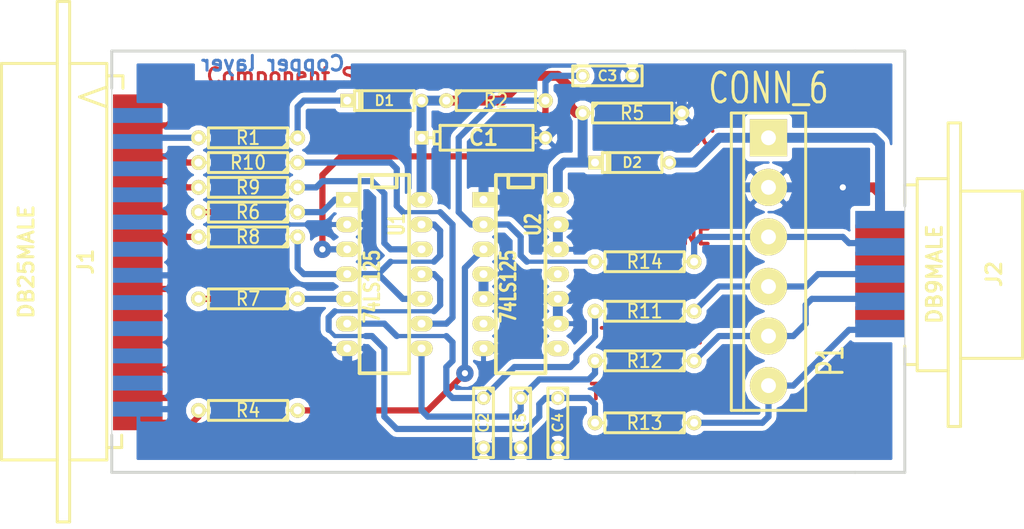
<source format=kicad_pcb>
(kicad_pcb (version 4) (host pcbnew "(2015-03-10 BZR 5499)-product")

  (general
    (links 66)
    (no_connects 0)
    (area 87.894885 61.823599 196.621401 118.313201)
    (thickness 1.6002)
    (drawings 19)
    (tracks 265)
    (zones 0)
    (modules 25)
    (nets 27)
  )

  (page A4)
  (title_block
    (rev 1)
    (company "Kicad Demo")
  )

  (layers
    (0 Dessus signal)
    (31 Dessous signal)
    (32 B.Adhes user)
    (33 F.Adhes user)
    (34 B.Paste user)
    (35 F.Paste user)
    (36 B.SilkS user)
    (37 F.SilkS user)
    (38 B.Mask user)
    (39 F.Mask user)
    (40 Dwgs.User user)
    (41 Cmts.User user)
    (42 Eco1.User user)
    (43 Eco2.User user)
    (44 Edge.Cuts user)
  )

  (setup
    (last_trace_width 0.635)
    (user_trace_width 0.4)
    (user_trace_width 1)
    (trace_clearance 0.254)
    (zone_clearance 0.508)
    (zone_45_only no)
    (trace_min 0.2032)
    (segment_width 0.3)
    (edge_width 0.1)
    (via_size 1.651)
    (via_drill 0.635)
    (via_min_size 0.889)
    (via_min_drill 0.508)
    (uvia_size 0.508)
    (uvia_drill 0.127)
    (uvias_allowed no)
    (uvia_min_size 0.508)
    (uvia_min_drill 0.127)
    (pcb_text_width 0.3048)
    (pcb_text_size 1.5 1.5)
    (mod_edge_width 0.3)
    (mod_text_size 0.3 1.5)
    (mod_text_width 0.3)
    (pad_size 1.778 5.08)
    (pad_drill 0)
    (pad_to_mask_clearance 0.254)
    (aux_axis_origin 0 0)
    (visible_elements 7FFFFFFF)
    (pcbplotparams
      (layerselection 0x00030_80000001)
      (usegerberextensions false)
      (excludeedgelayer false)
      (linewidth 0.150000)
      (plotframeref false)
      (viasonmask false)
      (mode 1)
      (useauxorigin false)
      (hpglpennumber 1)
      (hpglpenspeed 20)
      (hpglpendiameter 15)
      (hpglpenoverlay 0)
      (psnegative false)
      (psa4output false)
      (plotreference true)
      (plotvalue true)
      (plotinvisibletext false)
      (padsonsilk false)
      (subtractmaskfromsilk false)
      (outputformat 1)
      (mirror false)
      (drillshape 1)
      (scaleselection 1)
      (outputdirectory ""))
  )

  (net 0 "")
  (net 1 /CLK-D1)
  (net 2 /CTRL-D3)
  (net 3 /DONE-SELECT*)
  (net 4 /PWR_3,3-5V)
  (net 5 /TCK-CCLK)
  (net 6 /TD0-DONE)
  (net 7 /TD0-PROG-D4)
  (net 8 /TDI-DIN)
  (net 9 /TDI-DIN-D0)
  (net 10 /TMS-PROG)
  (net 11 /TMS-PROG-D2)
  (net 12 /VCC_SENSE-ERROR*)
  (net 13 GND)
  (net 14 N-000008)
  (net 15 N-000014)
  (net 16 N-000015)
  (net 17 N-000016)
  (net 18 N-000030)
  (net 19 N-000031)
  (net 20 N-000032)
  (net 21 N-000033)
  (net 22 N-000034)
  (net 23 N-000035)
  (net 24 N-000036)
  (net 25 N-000038)
  (net 26 VCC)

  (net_class Default "Ceci est la Netclass par défaut"
    (clearance 0.254)
    (trace_width 0.635)
    (via_dia 1.651)
    (via_drill 0.635)
    (uvia_dia 0.508)
    (uvia_drill 0.127)
    (add_net /CLK-D1)
    (add_net /CTRL-D3)
    (add_net /DONE-SELECT*)
    (add_net /PWR_3,3-5V)
    (add_net /TCK-CCLK)
    (add_net /TD0-DONE)
    (add_net /TD0-PROG-D4)
    (add_net /TDI-DIN)
    (add_net /TDI-DIN-D0)
    (add_net /TMS-PROG)
    (add_net /TMS-PROG-D2)
    (add_net /VCC_SENSE-ERROR*)
    (add_net GND)
    (add_net N-000008)
    (add_net N-000014)
    (add_net N-000015)
    (add_net N-000016)
    (add_net N-000030)
    (add_net N-000031)
    (add_net N-000032)
    (add_net N-000033)
    (add_net N-000034)
    (add_net N-000035)
    (add_net N-000036)
    (add_net N-000038)
    (add_net VCC)
  )

  (module DB25M_CI (layer Dessus) (tedit 3F9A86C0) (tstamp 3)
    (at 102.87 88.9 90)
    (descr "Connecteur DB25 male couche")
    (tags "CONN DB25")
    (path /3EBF7D04)
    (fp_text reference J1 (at 0 -2.667 270) (layer F.SilkS)
      (effects (font (thickness 0.3048)))
    )
    (fp_text value DB25MALE (at 0 -8.763 270) (layer F.SilkS)
      (effects (font (thickness 0.3048)))
    )
    (fp_line (start 15.875 -0.508) (end 16.891 -3.302) (layer F.SilkS) (width 0.3048))
    (fp_line (start 16.891 -3.302) (end 17.907 -0.508) (layer F.SilkS) (width 0.3048))
    (fp_line (start -26.67 -4.318) (end 26.67 -4.318) (layer F.SilkS) (width 0.3048))
    (fp_line (start 26.67 -5.588) (end -26.67 -5.588) (layer F.SilkS) (width 0.3048))
    (fp_line (start 26.67 -5.588) (end 26.67 -4.318) (layer F.SilkS) (width 0.3048))
    (fp_line (start -26.67 -5.588) (end -26.67 -4.318) (layer F.SilkS) (width 0.3048))
    (fp_line (start 20.32 -0.508) (end -20.32 -0.508) (layer F.SilkS) (width 0.3048))
    (fp_line (start 19.05 -0.508) (end 19.05 1.143) (layer F.SilkS) (width 0.3048))
    (fp_line (start 19.05 1.143) (end 17.78 1.143) (layer F.SilkS) (width 0.3048))
    (fp_line (start -19.05 -0.508) (end -19.05 1.016) (layer F.SilkS) (width 0.3048))
    (fp_line (start -19.05 1.016) (end -17.78 1.016) (layer F.SilkS) (width 0.3048))
    (fp_line (start -20.32 -0.508) (end -20.32 -4.318) (layer F.SilkS) (width 0.3048))
    (fp_line (start 20.32 -4.318) (end 20.32 -0.508) (layer F.SilkS) (width 0.3048))
    (fp_line (start -20.32 -5.588) (end -20.32 -11.303) (layer F.SilkS) (width 0.3048))
    (fp_line (start -20.32 -11.303) (end 20.32 -11.303) (layer F.SilkS) (width 0.3048))
    (fp_line (start 20.32 -11.303) (end 20.32 -5.588) (layer F.SilkS) (width 0.3048))
    (pad 13 connect rect (at -16.51 2.667 180) (size 5.08 1.524) (layers Dessus F.Mask)
      (net 3 /DONE-SELECT*))
    (pad 12 connect rect (at -13.716 2.667 180) (size 5.08 1.524) (layers Dessus F.Mask)
      (net 14 N-000008))
    (pad 11 connect rect (at -11.049 2.667 180) (size 5.08 1.524) (layers Dessus F.Mask)
      (net 14 N-000008))
    (pad 10 connect rect (at -8.255 2.667 180) (size 5.08 1.524) (layers Dessus F.Mask))
    (pad 9 connect rect (at -5.588 2.667 180) (size 5.08 1.524) (layers Dessus F.Mask))
    (pad 8 connect rect (at -2.794 2.667 180) (size 5.08 1.524) (layers Dessus F.Mask)
      (net 14 N-000008))
    (pad 7 connect rect (at 0 2.667 180) (size 5.08 1.524) (layers Dessus F.Mask))
    (pad 6 connect rect (at 2.667 2.667 180) (size 5.08 1.524) (layers Dessus F.Mask)
      (net 7 /TD0-PROG-D4))
    (pad 5 connect rect (at 5.461 2.667 180) (size 5.08 1.524) (layers Dessus F.Mask)
      (net 2 /CTRL-D3))
    (pad 4 connect rect (at 8.128 2.667 180) (size 5.08 1.524) (layers Dessus F.Mask)
      (net 11 /TMS-PROG-D2))
    (pad 3 connect rect (at 10.922 2.667 180) (size 5.08 1.524) (layers Dessus F.Mask)
      (net 1 /CLK-D1))
    (pad 2 connect rect (at 13.716 2.667 180) (size 5.08 1.524) (layers Dessus F.Mask)
      (net 9 /TDI-DIN-D0))
    (pad 1 connect rect (at 16.383 2.667 180) (size 5.08 1.524) (layers Dessus F.Mask))
    (pad 25 connect rect (at -15.113 2.667 180) (size 5.08 1.524) (layers Dessous B.Mask)
      (net 13 GND))
    (pad 24 connect rect (at -12.446 2.667 180) (size 5.08 1.524) (layers Dessous B.Mask))
    (pad 23 connect rect (at -9.652 2.667 180) (size 5.08 1.524) (layers Dessous B.Mask))
    (pad 22 connect rect (at -6.858 2.667 180) (size 5.08 1.524) (layers Dessous B.Mask))
    (pad 21 connect rect (at -4.191 2.667 180) (size 5.08 1.524) (layers Dessous B.Mask))
    (pad 20 connect rect (at -1.397 2.667 180) (size 5.08 1.524) (layers Dessous B.Mask)
      (net 13 GND))
    (pad 19 connect rect (at 1.27 2.667 180) (size 5.08 1.524) (layers Dessous B.Mask))
    (pad 18 connect rect (at 4.064 2.667 180) (size 5.08 1.524) (layers Dessous B.Mask))
    (pad 17 connect rect (at 6.858 2.667 180) (size 5.08 1.524) (layers Dessous B.Mask))
    (pad 16 connect rect (at 9.525 2.667 180) (size 5.08 1.524) (layers Dessous B.Mask))
    (pad 15 connect rect (at 12.319 2.667 180) (size 5.08 1.524) (layers Dessous B.Mask)
      (net 12 /VCC_SENSE-ERROR*))
    (pad 14 connect rect (at 14.986 2.667 180) (size 5.08 1.524) (layers Dessous B.Mask))
    (model Connect.3dshapes/DB25M_CI.wrl
      (at (xyz 0 0 -0.033))
      (scale (xyz 0.98 1 1))
      (rotate (xyz 90 180 0))
    )
  )

  (module bornier6 (layer Dessus) (tedit 41F667CA) (tstamp 3)
    (at 170.18 88.9 270)
    (descr "Bornier d'alimentation 4 pins")
    (tags DEV)
    (path /3EBF830C)
    (fp_text reference P1 (at 10.16 -6.35 270) (layer F.SilkS)
      (effects (font (size 2.6162 1.59766) (thickness 0.3048)))
    )
    (fp_text value CONN_6 (at -17.78 0 360) (layer F.SilkS)
      (effects (font (size 3.05054 2.0955) (thickness 0.3048)))
    )
    (fp_line (start -15.24 -3.81) (end -15.24 3.81) (layer F.SilkS) (width 0.3048))
    (fp_line (start 15.24 3.81) (end 15.24 -3.81) (layer F.SilkS) (width 0.3048))
    (fp_line (start -15.24 2.54) (end 15.24 2.54) (layer F.SilkS) (width 0.3048))
    (fp_line (start -15.24 -3.81) (end 15.24 -3.81) (layer F.SilkS) (width 0.3048))
    (fp_line (start -15.24 3.81) (end 15.24 3.81) (layer F.SilkS) (width 0.3048))
    (pad 2 thru_hole circle (at -7.62 0 270) (size 3.81 3.81) (drill 1.524) (layers *.Cu *.Mask F.SilkS)
      (net 13 GND))
    (pad 3 thru_hole circle (at -2.54 0 270) (size 3.81 3.81) (drill 1.524) (layers *.Cu *.Mask F.SilkS)
      (net 6 /TD0-DONE))
    (pad 1 thru_hole rect (at -12.7 0 270) (size 3.81 3.81) (drill 1.524) (layers *.Cu *.Mask F.SilkS)
      (net 4 /PWR_3,3-5V))
    (pad 4 thru_hole circle (at 2.54 0 270) (size 3.81 3.81) (drill 1.524) (layers *.Cu *.Mask F.SilkS)
      (net 8 /TDI-DIN))
    (pad 5 thru_hole circle (at 7.62 0 270) (size 3.81 3.81) (drill 1.524) (layers *.Cu *.Mask F.SilkS)
      (net 5 /TCK-CCLK))
    (pad 6 thru_hole circle (at 12.7 0 270) (size 3.81 3.81) (drill 1.524) (layers *.Cu *.Mask F.SilkS)
      (net 10 /TMS-PROG))
    (model Connect.3dshapes/bornier6.wrl
      (at (xyz 0 0 0))
      (scale (xyz 1 1 1))
      (rotate (xyz 0 0 0))
    )
  )

  (module R4 (layer Dessus) (tedit 200000) (tstamp 3)
    (at 142.24 72.39)
    (descr "Resitance 4 pas")
    (tags R)
    (path /3EBF8187)
    (autoplace_cost180 10)
    (fp_text reference R2 (at 0 0) (layer F.SilkS)
      (effects (font (size 1.397 1.27) (thickness 0.2032)))
    )
    (fp_text value 5,1K (at 0 0) (layer F.SilkS) hide
      (effects (font (size 1.397 1.27) (thickness 0.2032)))
    )
    (fp_line (start -5.08 0) (end -4.064 0) (layer F.SilkS) (width 0.3048))
    (fp_line (start -4.064 0) (end -4.064 -1.016) (layer F.SilkS) (width 0.3048))
    (fp_line (start -4.064 -1.016) (end 4.064 -1.016) (layer F.SilkS) (width 0.3048))
    (fp_line (start 4.064 -1.016) (end 4.064 1.016) (layer F.SilkS) (width 0.3048))
    (fp_line (start 4.064 1.016) (end -4.064 1.016) (layer F.SilkS) (width 0.3048))
    (fp_line (start -4.064 1.016) (end -4.064 0) (layer F.SilkS) (width 0.3048))
    (fp_line (start -4.064 -0.508) (end -3.556 -1.016) (layer F.SilkS) (width 0.3048))
    (fp_line (start 5.08 0) (end 4.064 0) (layer F.SilkS) (width 0.3048))
    (pad 1 thru_hole circle (at -5.08 0) (size 1.524 1.524) (drill 0.8128) (layers *.Cu *.Mask F.SilkS)
      (net 26 VCC))
    (pad 2 thru_hole circle (at 5.08 0) (size 1.524 1.524) (drill 0.8128) (layers *.Cu *.Mask F.SilkS)
      (net 25 N-000038))
    (model Discret.3dshapes/R3.wrl
      (at (xyz 0 0 0))
      (scale (xyz 0.4 0.4 0.4))
      (rotate (xyz 0 0 0))
    )
  )

  (module R4 (layer Dessus) (tedit 200000) (tstamp 3)
    (at 116.84 76.2 180)
    (descr "Resitance 4 pas")
    (tags R)
    (path /3EBF7D16)
    (autoplace_cost180 10)
    (fp_text reference R1 (at 0 0 180) (layer F.SilkS)
      (effects (font (size 1.397 1.27) (thickness 0.2032)))
    )
    (fp_text value 100 (at 0 0 180) (layer F.SilkS) hide
      (effects (font (size 1.397 1.27) (thickness 0.2032)))
    )
    (fp_line (start -5.08 0) (end -4.064 0) (layer F.SilkS) (width 0.3048))
    (fp_line (start -4.064 0) (end -4.064 -1.016) (layer F.SilkS) (width 0.3048))
    (fp_line (start -4.064 -1.016) (end 4.064 -1.016) (layer F.SilkS) (width 0.3048))
    (fp_line (start 4.064 -1.016) (end 4.064 1.016) (layer F.SilkS) (width 0.3048))
    (fp_line (start 4.064 1.016) (end -4.064 1.016) (layer F.SilkS) (width 0.3048))
    (fp_line (start -4.064 1.016) (end -4.064 0) (layer F.SilkS) (width 0.3048))
    (fp_line (start -4.064 -0.508) (end -3.556 -1.016) (layer F.SilkS) (width 0.3048))
    (fp_line (start 5.08 0) (end 4.064 0) (layer F.SilkS) (width 0.3048))
    (pad 1 thru_hole circle (at -5.08 0 180) (size 1.524 1.524) (drill 0.8128) (layers *.Cu *.Mask F.SilkS)
      (net 15 N-000014))
    (pad 2 thru_hole circle (at 5.08 0 180) (size 1.524 1.524) (drill 0.8128) (layers *.Cu *.Mask F.SilkS)
      (net 12 /VCC_SENSE-ERROR*))
    (model Discret.3dshapes/R3.wrl
      (at (xyz 0 0 0))
      (scale (xyz 0.4 0.4 0.4))
      (rotate (xyz 0 0 0))
    )
  )

  (module R4 (layer Dessus) (tedit 200000) (tstamp 3)
    (at 157.48 88.9 180)
    (descr "Resitance 4 pas")
    (tags R)
    (path /3EBF819B)
    (autoplace_cost180 10)
    (fp_text reference R14 (at 0 0 180) (layer F.SilkS)
      (effects (font (size 1.397 1.27) (thickness 0.2032)))
    )
    (fp_text value 100 (at 0 0 180) (layer F.SilkS) hide
      (effects (font (size 1.397 1.27) (thickness 0.2032)))
    )
    (fp_line (start -5.08 0) (end -4.064 0) (layer F.SilkS) (width 0.3048))
    (fp_line (start -4.064 0) (end -4.064 -1.016) (layer F.SilkS) (width 0.3048))
    (fp_line (start -4.064 -1.016) (end 4.064 -1.016) (layer F.SilkS) (width 0.3048))
    (fp_line (start 4.064 -1.016) (end 4.064 1.016) (layer F.SilkS) (width 0.3048))
    (fp_line (start 4.064 1.016) (end -4.064 1.016) (layer F.SilkS) (width 0.3048))
    (fp_line (start -4.064 1.016) (end -4.064 0) (layer F.SilkS) (width 0.3048))
    (fp_line (start -4.064 -0.508) (end -3.556 -1.016) (layer F.SilkS) (width 0.3048))
    (fp_line (start 5.08 0) (end 4.064 0) (layer F.SilkS) (width 0.3048))
    (pad 1 thru_hole circle (at -5.08 0 180) (size 1.524 1.524) (drill 0.8128) (layers *.Cu *.Mask F.SilkS)
      (net 6 /TD0-DONE))
    (pad 2 thru_hole circle (at 5.08 0 180) (size 1.524 1.524) (drill 0.8128) (layers *.Cu *.Mask F.SilkS)
      (net 25 N-000038))
    (model Discret.3dshapes/R3.wrl
      (at (xyz 0 0 0))
      (scale (xyz 0.4 0.4 0.4))
      (rotate (xyz 0 0 0))
    )
  )

  (module R4 (layer Dessus) (tedit 200000) (tstamp 3)
    (at 156.21 73.66)
    (descr "Resitance 4 pas")
    (tags R)
    (path /3EBF818E)
    (autoplace_cost180 10)
    (fp_text reference R5 (at 0 0) (layer F.SilkS)
      (effects (font (size 1.397 1.27) (thickness 0.2032)))
    )
    (fp_text value 1K (at 0 0) (layer F.SilkS) hide
      (effects (font (size 1.397 1.27) (thickness 0.2032)))
    )
    (fp_line (start -5.08 0) (end -4.064 0) (layer F.SilkS) (width 0.3048))
    (fp_line (start -4.064 0) (end -4.064 -1.016) (layer F.SilkS) (width 0.3048))
    (fp_line (start -4.064 -1.016) (end 4.064 -1.016) (layer F.SilkS) (width 0.3048))
    (fp_line (start 4.064 -1.016) (end 4.064 1.016) (layer F.SilkS) (width 0.3048))
    (fp_line (start 4.064 1.016) (end -4.064 1.016) (layer F.SilkS) (width 0.3048))
    (fp_line (start -4.064 1.016) (end -4.064 0) (layer F.SilkS) (width 0.3048))
    (fp_line (start -4.064 -0.508) (end -3.556 -1.016) (layer F.SilkS) (width 0.3048))
    (fp_line (start 5.08 0) (end 4.064 0) (layer F.SilkS) (width 0.3048))
    (pad 1 thru_hole circle (at -5.08 0) (size 1.524 1.524) (drill 0.8128) (layers *.Cu *.Mask F.SilkS)
      (net 26 VCC))
    (pad 2 thru_hole circle (at 5.08 0) (size 1.524 1.524) (drill 0.8128) (layers *.Cu *.Mask F.SilkS)
      (net 13 GND))
    (model Discret.3dshapes/R3.wrl
      (at (xyz 0 0 0))
      (scale (xyz 0.4 0.4 0.4))
      (rotate (xyz 0 0 0))
    )
  )

  (module R4 (layer Dessus) (tedit 200000) (tstamp 3)
    (at 116.84 83.82 180)
    (descr "Resitance 4 pas")
    (tags R)
    (path /3EBF7D26)
    (autoplace_cost180 10)
    (fp_text reference R6 (at 0 0 180) (layer F.SilkS)
      (effects (font (size 1.397 1.27) (thickness 0.2032)))
    )
    (fp_text value 100 (at 0 0 180) (layer F.SilkS) hide
      (effects (font (size 1.397 1.27) (thickness 0.2032)))
    )
    (fp_line (start -5.08 0) (end -4.064 0) (layer F.SilkS) (width 0.3048))
    (fp_line (start -4.064 0) (end -4.064 -1.016) (layer F.SilkS) (width 0.3048))
    (fp_line (start -4.064 -1.016) (end 4.064 -1.016) (layer F.SilkS) (width 0.3048))
    (fp_line (start 4.064 -1.016) (end 4.064 1.016) (layer F.SilkS) (width 0.3048))
    (fp_line (start 4.064 1.016) (end -4.064 1.016) (layer F.SilkS) (width 0.3048))
    (fp_line (start -4.064 1.016) (end -4.064 0) (layer F.SilkS) (width 0.3048))
    (fp_line (start -4.064 -0.508) (end -3.556 -1.016) (layer F.SilkS) (width 0.3048))
    (fp_line (start 5.08 0) (end 4.064 0) (layer F.SilkS) (width 0.3048))
    (pad 1 thru_hole circle (at -5.08 0 180) (size 1.524 1.524) (drill 0.8128) (layers *.Cu *.Mask F.SilkS)
      (net 19 N-000031))
    (pad 2 thru_hole circle (at 5.08 0 180) (size 1.524 1.524) (drill 0.8128) (layers *.Cu *.Mask F.SilkS)
      (net 7 /TD0-PROG-D4))
    (model Discret.3dshapes/R3.wrl
      (at (xyz 0 0 0))
      (scale (xyz 0.4 0.4 0.4))
      (rotate (xyz 0 0 0))
    )
  )

  (module R4 (layer Dessus) (tedit 200000) (tstamp 3)
    (at 116.84 92.71 180)
    (descr "Resitance 4 pas")
    (tags R)
    (path /4D52807F)
    (autoplace_cost180 10)
    (fp_text reference R7 (at 0 0 180) (layer F.SilkS)
      (effects (font (size 1.397 1.27) (thickness 0.2032)))
    )
    (fp_text value 100 (at 0 0 180) (layer F.SilkS) hide
      (effects (font (size 1.397 1.27) (thickness 0.2032)))
    )
    (fp_line (start -5.08 0) (end -4.064 0) (layer F.SilkS) (width 0.3048))
    (fp_line (start -4.064 0) (end -4.064 -1.016) (layer F.SilkS) (width 0.3048))
    (fp_line (start -4.064 -1.016) (end 4.064 -1.016) (layer F.SilkS) (width 0.3048))
    (fp_line (start 4.064 -1.016) (end 4.064 1.016) (layer F.SilkS) (width 0.3048))
    (fp_line (start 4.064 1.016) (end -4.064 1.016) (layer F.SilkS) (width 0.3048))
    (fp_line (start -4.064 1.016) (end -4.064 0) (layer F.SilkS) (width 0.3048))
    (fp_line (start -4.064 -0.508) (end -3.556 -1.016) (layer F.SilkS) (width 0.3048))
    (fp_line (start 5.08 0) (end 4.064 0) (layer F.SilkS) (width 0.3048))
    (pad 1 thru_hole circle (at -5.08 0 180) (size 1.524 1.524) (drill 0.8128) (layers *.Cu *.Mask F.SilkS)
      (net 17 N-000016))
    (pad 2 thru_hole circle (at 5.08 0 180) (size 1.524 1.524) (drill 0.8128) (layers *.Cu *.Mask F.SilkS)
      (net 9 /TDI-DIN-D0))
    (model Discret.3dshapes/R3.wrl
      (at (xyz 0 0 0))
      (scale (xyz 0.4 0.4 0.4))
      (rotate (xyz 0 0 0))
    )
  )

  (module R4 (layer Dessus) (tedit 200000) (tstamp 3)
    (at 116.84 86.36 180)
    (descr "Resitance 4 pas")
    (tags R)
    (path /4D528080)
    (autoplace_cost180 10)
    (fp_text reference R8 (at 0 0 180) (layer F.SilkS)
      (effects (font (size 1.397 1.27) (thickness 0.2032)))
    )
    (fp_text value 100 (at 0 0 180) (layer F.SilkS) hide
      (effects (font (size 1.397 1.27) (thickness 0.2032)))
    )
    (fp_line (start -5.08 0) (end -4.064 0) (layer F.SilkS) (width 0.3048))
    (fp_line (start -4.064 0) (end -4.064 -1.016) (layer F.SilkS) (width 0.3048))
    (fp_line (start -4.064 -1.016) (end 4.064 -1.016) (layer F.SilkS) (width 0.3048))
    (fp_line (start 4.064 -1.016) (end 4.064 1.016) (layer F.SilkS) (width 0.3048))
    (fp_line (start 4.064 1.016) (end -4.064 1.016) (layer F.SilkS) (width 0.3048))
    (fp_line (start -4.064 1.016) (end -4.064 0) (layer F.SilkS) (width 0.3048))
    (fp_line (start -4.064 -0.508) (end -3.556 -1.016) (layer F.SilkS) (width 0.3048))
    (fp_line (start 5.08 0) (end 4.064 0) (layer F.SilkS) (width 0.3048))
    (pad 1 thru_hole circle (at -5.08 0 180) (size 1.524 1.524) (drill 0.8128) (layers *.Cu *.Mask F.SilkS)
      (net 21 N-000033))
    (pad 2 thru_hole circle (at 5.08 0 180) (size 1.524 1.524) (drill 0.8128) (layers *.Cu *.Mask F.SilkS)
      (net 2 /CTRL-D3))
    (model Discret.3dshapes/R3.wrl
      (at (xyz 0 0 0))
      (scale (xyz 0.4 0.4 0.4))
      (rotate (xyz 0 0 0))
    )
  )

  (module R4 (layer Dessus) (tedit 200000) (tstamp 3)
    (at 116.84 81.28 180)
    (descr "Resitance 4 pas")
    (tags R)
    (path /3EBF7D33)
    (autoplace_cost180 10)
    (fp_text reference R9 (at 0 0 180) (layer F.SilkS)
      (effects (font (size 1.397 1.27) (thickness 0.2032)))
    )
    (fp_text value 100 (at 0 0 180) (layer F.SilkS) hide
      (effects (font (size 1.397 1.27) (thickness 0.2032)))
    )
    (fp_line (start -5.08 0) (end -4.064 0) (layer F.SilkS) (width 0.3048))
    (fp_line (start -4.064 0) (end -4.064 -1.016) (layer F.SilkS) (width 0.3048))
    (fp_line (start -4.064 -1.016) (end 4.064 -1.016) (layer F.SilkS) (width 0.3048))
    (fp_line (start 4.064 -1.016) (end 4.064 1.016) (layer F.SilkS) (width 0.3048))
    (fp_line (start 4.064 1.016) (end -4.064 1.016) (layer F.SilkS) (width 0.3048))
    (fp_line (start -4.064 1.016) (end -4.064 0) (layer F.SilkS) (width 0.3048))
    (fp_line (start -4.064 -0.508) (end -3.556 -1.016) (layer F.SilkS) (width 0.3048))
    (fp_line (start 5.08 0) (end 4.064 0) (layer F.SilkS) (width 0.3048))
    (pad 1 thru_hole circle (at -5.08 0 180) (size 1.524 1.524) (drill 0.8128) (layers *.Cu *.Mask F.SilkS)
      (net 20 N-000032))
    (pad 2 thru_hole circle (at 5.08 0 180) (size 1.524 1.524) (drill 0.8128) (layers *.Cu *.Mask F.SilkS)
      (net 11 /TMS-PROG-D2))
    (model Discret.3dshapes/R3.wrl
      (at (xyz 0 0 0))
      (scale (xyz 0.4 0.4 0.4))
      (rotate (xyz 0 0 0))
    )
  )

  (module R4 (layer Dessus) (tedit 200000) (tstamp 3)
    (at 116.84 78.74 180)
    (descr "Resitance 4 pas")
    (tags R)
    (path /3EBF7D31)
    (autoplace_cost180 10)
    (fp_text reference R10 (at 0 0 180) (layer F.SilkS)
      (effects (font (size 1.397 1.27) (thickness 0.2032)))
    )
    (fp_text value 100 (at 0 0 180) (layer F.SilkS) hide
      (effects (font (size 1.397 1.27) (thickness 0.2032)))
    )
    (fp_line (start -5.08 0) (end -4.064 0) (layer F.SilkS) (width 0.3048))
    (fp_line (start -4.064 0) (end -4.064 -1.016) (layer F.SilkS) (width 0.3048))
    (fp_line (start -4.064 -1.016) (end 4.064 -1.016) (layer F.SilkS) (width 0.3048))
    (fp_line (start 4.064 -1.016) (end 4.064 1.016) (layer F.SilkS) (width 0.3048))
    (fp_line (start 4.064 1.016) (end -4.064 1.016) (layer F.SilkS) (width 0.3048))
    (fp_line (start -4.064 1.016) (end -4.064 0) (layer F.SilkS) (width 0.3048))
    (fp_line (start -4.064 -0.508) (end -3.556 -1.016) (layer F.SilkS) (width 0.3048))
    (fp_line (start 5.08 0) (end 4.064 0) (layer F.SilkS) (width 0.3048))
    (pad 1 thru_hole circle (at -5.08 0 180) (size 1.524 1.524) (drill 0.8128) (layers *.Cu *.Mask F.SilkS)
      (net 18 N-000030))
    (pad 2 thru_hole circle (at 5.08 0 180) (size 1.524 1.524) (drill 0.8128) (layers *.Cu *.Mask F.SilkS)
      (net 1 /CLK-D1))
    (model Discret.3dshapes/R3.wrl
      (at (xyz 0 0 0))
      (scale (xyz 0.4 0.4 0.4))
      (rotate (xyz 0 0 0))
    )
  )

  (module R4 (layer Dessus) (tedit 200000) (tstamp 3)
    (at 157.48 93.98 180)
    (descr "Resitance 4 pas")
    (tags R)
    (path /4D527316)
    (autoplace_cost180 10)
    (fp_text reference R11 (at 0 0 180) (layer F.SilkS)
      (effects (font (size 1.397 1.27) (thickness 0.2032)))
    )
    (fp_text value 100 (at 0 0 180) (layer F.SilkS) hide
      (effects (font (size 1.397 1.27) (thickness 0.2032)))
    )
    (fp_line (start -5.08 0) (end -4.064 0) (layer F.SilkS) (width 0.3048))
    (fp_line (start -4.064 0) (end -4.064 -1.016) (layer F.SilkS) (width 0.3048))
    (fp_line (start -4.064 -1.016) (end 4.064 -1.016) (layer F.SilkS) (width 0.3048))
    (fp_line (start 4.064 -1.016) (end 4.064 1.016) (layer F.SilkS) (width 0.3048))
    (fp_line (start 4.064 1.016) (end -4.064 1.016) (layer F.SilkS) (width 0.3048))
    (fp_line (start -4.064 1.016) (end -4.064 0) (layer F.SilkS) (width 0.3048))
    (fp_line (start -4.064 -0.508) (end -3.556 -1.016) (layer F.SilkS) (width 0.3048))
    (fp_line (start 5.08 0) (end 4.064 0) (layer F.SilkS) (width 0.3048))
    (pad 1 thru_hole circle (at -5.08 0 180) (size 1.524 1.524) (drill 0.8128) (layers *.Cu *.Mask F.SilkS)
      (net 8 /TDI-DIN))
    (pad 2 thru_hole circle (at 5.08 0 180) (size 1.524 1.524) (drill 0.8128) (layers *.Cu *.Mask F.SilkS)
      (net 23 N-000035))
    (model Discret.3dshapes/R3.wrl
      (at (xyz 0 0 0))
      (scale (xyz 0.4 0.4 0.4))
      (rotate (xyz 0 0 0))
    )
  )

  (module R4 (layer Dessus) (tedit 200000) (tstamp 3)
    (at 157.48 99.06 180)
    (descr "Resitance 4 pas")
    (tags R)
    (path /4D528083)
    (autoplace_cost180 10)
    (fp_text reference R12 (at 0 0 180) (layer F.SilkS)
      (effects (font (size 1.397 1.27) (thickness 0.2032)))
    )
    (fp_text value 100 (at 0 0 180) (layer F.SilkS) hide
      (effects (font (size 1.397 1.27) (thickness 0.2032)))
    )
    (fp_line (start -5.08 0) (end -4.064 0) (layer F.SilkS) (width 0.3048))
    (fp_line (start -4.064 0) (end -4.064 -1.016) (layer F.SilkS) (width 0.3048))
    (fp_line (start -4.064 -1.016) (end 4.064 -1.016) (layer F.SilkS) (width 0.3048))
    (fp_line (start 4.064 -1.016) (end 4.064 1.016) (layer F.SilkS) (width 0.3048))
    (fp_line (start 4.064 1.016) (end -4.064 1.016) (layer F.SilkS) (width 0.3048))
    (fp_line (start -4.064 1.016) (end -4.064 0) (layer F.SilkS) (width 0.3048))
    (fp_line (start -4.064 -0.508) (end -3.556 -1.016) (layer F.SilkS) (width 0.3048))
    (fp_line (start 5.08 0) (end 4.064 0) (layer F.SilkS) (width 0.3048))
    (pad 1 thru_hole circle (at -5.08 0 180) (size 1.524 1.524) (drill 0.8128) (layers *.Cu *.Mask F.SilkS)
      (net 5 /TCK-CCLK))
    (pad 2 thru_hole circle (at 5.08 0 180) (size 1.524 1.524) (drill 0.8128) (layers *.Cu *.Mask F.SilkS)
      (net 24 N-000036))
    (model Discret.3dshapes/R3.wrl
      (at (xyz 0 0 0))
      (scale (xyz 0.4 0.4 0.4))
      (rotate (xyz 0 0 0))
    )
  )

  (module R4 (layer Dessus) (tedit 200000) (tstamp 3)
    (at 157.48 105.41 180)
    (descr "Resitance 4 pas")
    (tags R)
    (path /4D528082)
    (autoplace_cost180 10)
    (fp_text reference R13 (at 0 0 180) (layer F.SilkS)
      (effects (font (size 1.397 1.27) (thickness 0.2032)))
    )
    (fp_text value 100 (at 0 0 180) (layer F.SilkS) hide
      (effects (font (size 1.397 1.27) (thickness 0.2032)))
    )
    (fp_line (start -5.08 0) (end -4.064 0) (layer F.SilkS) (width 0.3048))
    (fp_line (start -4.064 0) (end -4.064 -1.016) (layer F.SilkS) (width 0.3048))
    (fp_line (start -4.064 -1.016) (end 4.064 -1.016) (layer F.SilkS) (width 0.3048))
    (fp_line (start 4.064 -1.016) (end 4.064 1.016) (layer F.SilkS) (width 0.3048))
    (fp_line (start 4.064 1.016) (end -4.064 1.016) (layer F.SilkS) (width 0.3048))
    (fp_line (start -4.064 1.016) (end -4.064 0) (layer F.SilkS) (width 0.3048))
    (fp_line (start -4.064 -0.508) (end -3.556 -1.016) (layer F.SilkS) (width 0.3048))
    (fp_line (start 5.08 0) (end 4.064 0) (layer F.SilkS) (width 0.3048))
    (pad 1 thru_hole circle (at -5.08 0 180) (size 1.524 1.524) (drill 0.8128) (layers *.Cu *.Mask F.SilkS)
      (net 10 /TMS-PROG))
    (pad 2 thru_hole circle (at 5.08 0 180) (size 1.524 1.524) (drill 0.8128) (layers *.Cu *.Mask F.SilkS)
      (net 22 N-000034))
    (model Discret.3dshapes/R3.wrl
      (at (xyz 0 0 0))
      (scale (xyz 0.4 0.4 0.4))
      (rotate (xyz 0 0 0))
    )
  )

  (module R4 (layer Dessus) (tedit 200000) (tstamp 3)
    (at 116.84 104.14 180)
    (descr "Resitance 4 pas")
    (tags R)
    (path /3EBF7D22)
    (autoplace_cost180 10)
    (fp_text reference R4 (at 0 0 180) (layer F.SilkS)
      (effects (font (size 1.397 1.27) (thickness 0.2032)))
    )
    (fp_text value 47 (at 0 0 180) (layer F.SilkS) hide
      (effects (font (size 1.397 1.27) (thickness 0.2032)))
    )
    (fp_line (start -5.08 0) (end -4.064 0) (layer F.SilkS) (width 0.3048))
    (fp_line (start -4.064 0) (end -4.064 -1.016) (layer F.SilkS) (width 0.3048))
    (fp_line (start -4.064 -1.016) (end 4.064 -1.016) (layer F.SilkS) (width 0.3048))
    (fp_line (start 4.064 -1.016) (end 4.064 1.016) (layer F.SilkS) (width 0.3048))
    (fp_line (start 4.064 1.016) (end -4.064 1.016) (layer F.SilkS) (width 0.3048))
    (fp_line (start -4.064 1.016) (end -4.064 0) (layer F.SilkS) (width 0.3048))
    (fp_line (start -4.064 -0.508) (end -3.556 -1.016) (layer F.SilkS) (width 0.3048))
    (fp_line (start 5.08 0) (end 4.064 0) (layer F.SilkS) (width 0.3048))
    (pad 1 thru_hole circle (at -5.08 0 180) (size 1.524 1.524) (drill 0.8128) (layers *.Cu *.Mask F.SilkS)
      (net 16 N-000015))
    (pad 2 thru_hole circle (at 5.08 0 180) (size 1.524 1.524) (drill 0.8128) (layers *.Cu *.Mask F.SilkS)
      (net 3 /DONE-SELECT*))
    (model Discret.3dshapes/R3.wrl
      (at (xyz 0 0 0))
      (scale (xyz 0.4 0.4 0.4))
      (rotate (xyz 0 0 0))
    )
  )

  (module CP5 (layer Dessus) (tedit 200000) (tstamp 3)
    (at 140.97 76.2)
    (descr "Condensateur polarise")
    (tags CP)
    (path /3EBF82C6)
    (fp_text reference C1 (at 0 0) (layer F.SilkS)
      (effects (font (thickness 0.3048)))
    )
    (fp_text value 1uF (at 0 0) (layer F.SilkS) hide
      (effects (font (size 1.524 1.3335) (thickness 0.3048)))
    )
    (fp_line (start -4.445 -1.27) (end -4.445 -1.27) (layer F.SilkS) (width 0.3048))
    (fp_line (start -4.445 -1.27) (end -4.445 -1.27) (layer F.SilkS) (width 0.3048))
    (fp_line (start -4.445 -1.27) (end -4.445 -1.27) (layer F.SilkS) (width 0.3048))
    (fp_line (start -4.445 -1.27) (end 5.08 -1.27) (layer F.SilkS) (width 0.3048))
    (fp_line (start 5.08 -1.27) (end 5.08 1.27) (layer F.SilkS) (width 0.3048))
    (fp_line (start 5.08 1.27) (end -4.445 1.27) (layer F.SilkS) (width 0.3048))
    (fp_line (start -4.445 1.27) (end -4.445 -1.27) (layer F.SilkS) (width 0.3048))
    (fp_line (start -4.445 -0.635) (end -4.445 -0.635) (layer F.SilkS) (width 0.3048))
    (fp_line (start -4.445 -0.635) (end -5.08 -0.635) (layer F.SilkS) (width 0.3048))
    (fp_line (start -5.08 -0.635) (end -5.08 0.635) (layer F.SilkS) (width 0.3048))
    (fp_line (start -5.08 0.635) (end -4.445 0.635) (layer F.SilkS) (width 0.3048))
    (fp_line (start -6.35 0) (end -6.35 0) (layer F.SilkS) (width 0.3048))
    (fp_line (start -6.35 0) (end -5.08 0) (layer F.SilkS) (width 0.3048))
    (fp_line (start -5.08 0) (end -5.08 0) (layer F.SilkS) (width 0.3048))
    (fp_line (start -5.08 0) (end -5.08 0) (layer F.SilkS) (width 0.3048))
    (fp_line (start 5.08 0) (end 5.08 0) (layer F.SilkS) (width 0.3048))
    (fp_line (start 5.08 0) (end 5.08 0) (layer F.SilkS) (width 0.3048))
    (fp_line (start 5.08 0) (end 6.35 0) (layer F.SilkS) (width 0.3048))
    (fp_line (start 6.35 0) (end 6.35 0) (layer F.SilkS) (width 0.3048))
    (fp_line (start 6.35 0) (end 6.35 0) (layer F.SilkS) (width 0.3048))
    (fp_line (start 6.35 0) (end 6.35 0) (layer F.SilkS) (width 0.3048))
    (pad 1 thru_hole rect (at -6.35 0) (size 1.397 1.397) (drill 0.8128) (layers *.Cu *.Mask F.SilkS)
      (net 26 VCC))
    (pad 2 thru_hole circle (at 6.35 0) (size 1.397 1.397) (drill 0.8128) (layers *.Cu *.Mask F.SilkS)
      (net 13 GND))
    (model Discret.3dshapes/CP6.wrl
      (at (xyz 0 0 0))
      (scale (xyz 0.5 0.5 0.5))
      (rotate (xyz 0 0 0))
    )
  )

  (module D3 (layer Dessus) (tedit 200000) (tstamp 3)
    (at 156.21 78.74 180)
    (descr "Diode 3 pas")
    (tags "DIODE DEV")
    (path /3EBF8176)
    (fp_text reference D2 (at 0 0 180) (layer F.SilkS)
      (effects (font (size 1.016 1.016) (thickness 0.2032)))
    )
    (fp_text value BAT46 (at 0 0 180) (layer F.SilkS) hide
      (effects (font (size 1.016 1.016) (thickness 0.2032)))
    )
    (fp_line (start 3.81 0) (end 3.048 0) (layer F.SilkS) (width 0.3048))
    (fp_line (start 3.048 0) (end 3.048 -1.016) (layer F.SilkS) (width 0.3048))
    (fp_line (start 3.048 -1.016) (end -3.048 -1.016) (layer F.SilkS) (width 0.3048))
    (fp_line (start -3.048 -1.016) (end -3.048 0) (layer F.SilkS) (width 0.3048))
    (fp_line (start -3.048 0) (end -3.81 0) (layer F.SilkS) (width 0.3048))
    (fp_line (start -3.048 0) (end -3.048 1.016) (layer F.SilkS) (width 0.3048))
    (fp_line (start -3.048 1.016) (end 3.048 1.016) (layer F.SilkS) (width 0.3048))
    (fp_line (start 3.048 1.016) (end 3.048 0) (layer F.SilkS) (width 0.3048))
    (fp_line (start 2.54 -1.016) (end 2.54 1.016) (layer F.SilkS) (width 0.3048))
    (fp_line (start 2.286 1.016) (end 2.286 -1.016) (layer F.SilkS) (width 0.3048))
    (pad 2 thru_hole rect (at 3.81 0 180) (size 1.397 1.397) (drill 0.8128) (layers *.Cu *.Mask F.SilkS)
      (net 26 VCC))
    (pad 1 thru_hole circle (at -3.81 0 180) (size 1.397 1.397) (drill 0.8128) (layers *.Cu *.Mask F.SilkS)
      (net 4 /PWR_3,3-5V))
    (model Discret.3dshapes/D3.wrl
      (at (xyz 0 0 0))
      (scale (xyz 0.3 0.3 0.3))
      (rotate (xyz 0 0 0))
    )
  )

  (module D3 (layer Dessus) (tedit 200000) (tstamp 3)
    (at 130.81 72.39 180)
    (descr "Diode 3 pas")
    (tags "DIODE DEV")
    (path /3EBF815E)
    (fp_text reference D1 (at 0 0 180) (layer F.SilkS)
      (effects (font (size 1.016 1.016) (thickness 0.2032)))
    )
    (fp_text value BAT46 (at 0 0 180) (layer F.SilkS) hide
      (effects (font (size 1.016 1.016) (thickness 0.2032)))
    )
    (fp_line (start 3.81 0) (end 3.048 0) (layer F.SilkS) (width 0.3048))
    (fp_line (start 3.048 0) (end 3.048 -1.016) (layer F.SilkS) (width 0.3048))
    (fp_line (start 3.048 -1.016) (end -3.048 -1.016) (layer F.SilkS) (width 0.3048))
    (fp_line (start -3.048 -1.016) (end -3.048 0) (layer F.SilkS) (width 0.3048))
    (fp_line (start -3.048 0) (end -3.81 0) (layer F.SilkS) (width 0.3048))
    (fp_line (start -3.048 0) (end -3.048 1.016) (layer F.SilkS) (width 0.3048))
    (fp_line (start -3.048 1.016) (end 3.048 1.016) (layer F.SilkS) (width 0.3048))
    (fp_line (start 3.048 1.016) (end 3.048 0) (layer F.SilkS) (width 0.3048))
    (fp_line (start 2.54 -1.016) (end 2.54 1.016) (layer F.SilkS) (width 0.3048))
    (fp_line (start 2.286 1.016) (end 2.286 -1.016) (layer F.SilkS) (width 0.3048))
    (pad 2 thru_hole rect (at 3.81 0 180) (size 1.397 1.397) (drill 0.8128) (layers *.Cu *.Mask F.SilkS)
      (net 15 N-000014))
    (pad 1 thru_hole circle (at -3.81 0 180) (size 1.397 1.397) (drill 0.8128) (layers *.Cu *.Mask F.SilkS)
      (net 26 VCC))
    (model Discret.3dshapes/D3.wrl
      (at (xyz 0 0 0))
      (scale (xyz 0.3 0.3 0.3))
      (rotate (xyz 0 0 0))
    )
  )

  (module 14DIP-ELL300 (layer Dessus) (tedit 200000) (tstamp 3)
    (at 144.78 90.17 270)
    (descr "Module Dil 14 pins, pads elliptiques")
    (tags DIL)
    (path /3EBF7EEC)
    (fp_text reference U2 (at -5.08 -1.27 270) (layer F.SilkS)
      (effects (font (size 1.524 1.143) (thickness 0.28702)))
    )
    (fp_text value 74LS125 (at 1.27 1.27 270) (layer F.SilkS)
      (effects (font (size 1.524 1.143) (thickness 0.28702)))
    )
    (fp_line (start -10.16 -2.54) (end 10.16 -2.54) (layer F.SilkS) (width 0.381))
    (fp_line (start 10.16 2.54) (end -10.16 2.54) (layer F.SilkS) (width 0.381))
    (fp_line (start -10.16 2.54) (end -10.16 -2.54) (layer F.SilkS) (width 0.381))
    (fp_line (start -10.16 -1.27) (end -8.89 -1.27) (layer F.SilkS) (width 0.381))
    (fp_line (start -8.89 -1.27) (end -8.89 1.27) (layer F.SilkS) (width 0.381))
    (fp_line (start -8.89 1.27) (end -10.16 1.27) (layer F.SilkS) (width 0.381))
    (fp_line (start 10.16 -2.54) (end 10.16 2.54) (layer F.SilkS) (width 0.381))
    (pad 1 thru_hole rect (at -7.62 3.81 270) (size 1.5748 2.286) (drill 0.8128) (layers *.Cu *.Mask F.SilkS)
      (net 13 GND))
    (pad 2 thru_hole oval (at -5.08 3.81 270) (size 1.5748 2.286) (drill 0.8128) (layers *.Cu *.Mask F.SilkS)
      (net 25 N-000038))
    (pad 3 thru_hole oval (at -2.54 3.81 270) (size 1.5748 2.286) (drill 0.8128) (layers *.Cu *.Mask F.SilkS)
      (net 16 N-000015))
    (pad 4 thru_hole oval (at 0 3.81 270) (size 1.5748 2.286) (drill 0.8128) (layers *.Cu *.Mask F.SilkS)
      (net 13 GND))
    (pad 5 thru_hole oval (at 2.54 3.81 270) (size 1.5748 2.286) (drill 0.8128) (layers *.Cu *.Mask F.SilkS)
      (net 13 GND))
    (pad 6 thru_hole oval (at 5.08 3.81 270) (size 1.5748 2.286) (drill 0.8128) (layers *.Cu *.Mask F.SilkS))
    (pad 7 thru_hole oval (at 7.62 3.81 270) (size 1.5748 2.286) (drill 0.8128) (layers *.Cu *.Mask F.SilkS)
      (net 13 GND))
    (pad 8 thru_hole oval (at 7.62 -3.81 270) (size 1.5748 2.286) (drill 0.8128) (layers *.Cu *.Mask F.SilkS))
    (pad 9 thru_hole oval (at 5.08 -3.81 270) (size 1.5748 2.286) (drill 0.8128) (layers *.Cu *.Mask F.SilkS)
      (net 13 GND))
    (pad 10 thru_hole oval (at 2.54 -3.81 270) (size 1.5748 2.286) (drill 0.8128) (layers *.Cu *.Mask F.SilkS)
      (net 13 GND))
    (pad 11 thru_hole oval (at 0 -3.81 270) (size 1.5748 2.286) (drill 0.8128) (layers *.Cu *.Mask F.SilkS))
    (pad 12 thru_hole oval (at -2.54 -3.81 270) (size 1.5748 2.286) (drill 0.8128) (layers *.Cu *.Mask F.SilkS)
      (net 13 GND))
    (pad 13 thru_hole oval (at -5.08 -3.81 270) (size 1.5748 2.286) (drill 0.8128) (layers *.Cu *.Mask F.SilkS)
      (net 13 GND))
    (pad 14 thru_hole oval (at -7.62 -3.81 270) (size 1.5748 2.286) (drill 0.8128) (layers *.Cu *.Mask F.SilkS)
      (net 26 VCC))
    (model Sockets_DIP.3dshapes/DIP-14__300.wrl
      (at (xyz 0 0 0))
      (scale (xyz 1 1 1))
      (rotate (xyz 0 0 0))
    )
  )

  (module 14DIP-ELL300 (layer Dessus) (tedit 4BF0FA82) (tstamp 3)
    (at 130.81 90.17 270)
    (descr "Module Dil 14 pins, pads elliptiques")
    (tags DIL)
    (path /3EBF7DBD)
    (fp_text reference U1 (at -5.08 -1.27 270) (layer F.SilkS)
      (effects (font (size 1.524 1.143) (thickness 0.28702)))
    )
    (fp_text value 74LS125 (at 1.27 1.27 270) (layer F.SilkS)
      (effects (font (size 1.524 1.143) (thickness 0.28702)))
    )
    (fp_line (start -10.16 -2.54) (end 10.16 -2.54) (layer F.SilkS) (width 0.381))
    (fp_line (start 10.16 2.54) (end -10.16 2.54) (layer F.SilkS) (width 0.381))
    (fp_line (start -10.16 2.54) (end -10.16 -2.54) (layer F.SilkS) (width 0.381))
    (fp_line (start -10.16 -1.27) (end -8.89 -1.27) (layer F.SilkS) (width 0.381))
    (fp_line (start -8.89 -1.27) (end -8.89 1.27) (layer F.SilkS) (width 0.381))
    (fp_line (start -8.89 1.27) (end -10.16 1.27) (layer F.SilkS) (width 0.381))
    (fp_line (start 10.16 -2.54) (end 10.16 2.54) (layer F.SilkS) (width 0.381))
    (pad 1 thru_hole rect (at -7.62 3.81 270) (size 1.5748 2.286) (drill 0.8128) (layers *.Cu *.Mask F.SilkS)
      (net 19 N-000031))
    (pad 2 thru_hole oval (at -5.08 3.81 270) (size 1.5748 2.286) (drill 0.8128) (layers *.Cu *.Mask F.SilkS)
      (net 13 GND))
    (pad 3 thru_hole oval (at -2.54 3.81 270) (size 1.5748 2.286) (drill 0.8128) (layers *.Cu *.Mask F.SilkS)
      (net 25 N-000038))
    (pad 4 thru_hole oval (at 0 3.81 270) (size 1.5748 2.286) (drill 0.8128) (layers *.Cu *.Mask F.SilkS)
      (net 21 N-000033))
    (pad 5 thru_hole oval (at 2.54 3.81 270) (size 1.5748 2.286) (drill 0.8128) (layers *.Cu *.Mask F.SilkS)
      (net 17 N-000016))
    (pad 6 thru_hole oval (at 5.08 3.81 270) (size 1.5748 2.286) (drill 0.8128) (layers *.Cu *.Mask F.SilkS)
      (net 23 N-000035))
    (pad 7 thru_hole oval (at 7.62 3.81 270) (size 1.5748 2.286) (drill 0.8128) (layers *.Cu *.Mask F.SilkS)
      (net 13 GND))
    (pad 8 thru_hole oval (at 7.62 -3.81 270) (size 1.5748 2.286) (drill 0.8128) (layers *.Cu *.Mask F.SilkS)
      (net 24 N-000036))
    (pad 9 thru_hole oval (at 5.08 -3.81 270) (size 1.5748 2.286) (drill 0.8128) (layers *.Cu *.Mask F.SilkS)
      (net 18 N-000030))
    (pad 10 thru_hole oval (at 2.54 -3.81 270) (size 1.5748 2.286) (drill 0.8128) (layers *.Cu *.Mask F.SilkS)
      (net 21 N-000033))
    (pad 11 thru_hole oval (at 0 -3.81 270) (size 1.5748 2.286) (drill 0.8128) (layers *.Cu *.Mask F.SilkS)
      (net 22 N-000034))
    (pad 12 thru_hole oval (at -2.54 -3.81 270) (size 1.5748 2.286) (drill 0.8128) (layers *.Cu *.Mask F.SilkS)
      (net 20 N-000032))
    (pad 13 thru_hole oval (at -5.08 -3.81 270) (size 1.5748 2.286) (drill 0.8128) (layers *.Cu *.Mask F.SilkS)
      (net 21 N-000033))
    (pad 14 thru_hole oval (at -7.62 -3.81 270) (size 1.5748 2.286) (drill 0.8128) (layers *.Cu *.Mask F.SilkS)
      (net 26 VCC))
    (model Sockets_DIP.3dshapes/DIP-14__300.wrl
      (at (xyz 0 0 0))
      (scale (xyz 1 1 1))
      (rotate (xyz 0 0 0))
    )
  )

  (module C2 (layer Dessus) (tedit 200000) (tstamp 3)
    (at 140.97 105.41 270)
    (descr "Condensateur = 2 pas")
    (tags C)
    (path /4D528085)
    (fp_text reference C2 (at 0 0 270) (layer F.SilkS)
      (effects (font (size 1.016 1.016) (thickness 0.2032)))
    )
    (fp_text value 100pF (at 0 0 270) (layer F.SilkS) hide
      (effects (font (size 1.016 1.016) (thickness 0.2032)))
    )
    (fp_line (start -3.556 -1.016) (end 3.556 -1.016) (layer F.SilkS) (width 0.3048))
    (fp_line (start 3.556 -1.016) (end 3.556 1.016) (layer F.SilkS) (width 0.3048))
    (fp_line (start 3.556 1.016) (end -3.556 1.016) (layer F.SilkS) (width 0.3048))
    (fp_line (start -3.556 1.016) (end -3.556 -1.016) (layer F.SilkS) (width 0.3048))
    (fp_line (start -3.556 -0.508) (end -3.048 -1.016) (layer F.SilkS) (width 0.3048))
    (pad 1 thru_hole circle (at -2.54 0 270) (size 1.397 1.397) (drill 0.8128) (layers *.Cu *.Mask F.SilkS)
      (net 23 N-000035))
    (pad 2 thru_hole circle (at 2.54 0 270) (size 1.397 1.397) (drill 0.8128) (layers *.Cu *.Mask F.SilkS)
      (net 13 GND))
    (model Discret.3dshapes/C2.wrl
      (at (xyz 0 0 0))
      (scale (xyz 1 1 1))
      (rotate (xyz 0 0 0))
    )
  )

  (module C2 (layer Dessus) (tedit 200000) (tstamp 3)
    (at 153.67 69.85)
    (descr "Condensateur = 2 pas")
    (tags C)
    (path /4D528084)
    (fp_text reference C3 (at 0 0) (layer F.SilkS)
      (effects (font (size 1.016 1.016) (thickness 0.2032)))
    )
    (fp_text value 100pF (at 0 0) (layer F.SilkS) hide
      (effects (font (size 1.016 1.016) (thickness 0.2032)))
    )
    (fp_line (start -3.556 -1.016) (end 3.556 -1.016) (layer F.SilkS) (width 0.3048))
    (fp_line (start 3.556 -1.016) (end 3.556 1.016) (layer F.SilkS) (width 0.3048))
    (fp_line (start 3.556 1.016) (end -3.556 1.016) (layer F.SilkS) (width 0.3048))
    (fp_line (start -3.556 1.016) (end -3.556 -1.016) (layer F.SilkS) (width 0.3048))
    (fp_line (start -3.556 -0.508) (end -3.048 -1.016) (layer F.SilkS) (width 0.3048))
    (pad 1 thru_hole circle (at -2.54 0) (size 1.397 1.397) (drill 0.8128) (layers *.Cu *.Mask F.SilkS)
      (net 25 N-000038))
    (pad 2 thru_hole circle (at 2.54 0) (size 1.397 1.397) (drill 0.8128) (layers *.Cu *.Mask F.SilkS)
      (net 13 GND))
    (model Discret.3dshapes/C2.wrl
      (at (xyz 0 0 0))
      (scale (xyz 1 1 1))
      (rotate (xyz 0 0 0))
    )
  )

  (module C2 (layer Dessus) (tedit 200000) (tstamp 3)
    (at 144.78 105.41 270)
    (descr "Condensateur = 2 pas")
    (tags C)
    (path /4D528086)
    (fp_text reference C5 (at 0 0 270) (layer F.SilkS)
      (effects (font (size 1.016 1.016) (thickness 0.2032)))
    )
    (fp_text value 100pF (at 0 0 270) (layer F.SilkS) hide
      (effects (font (size 1.016 1.016) (thickness 0.2032)))
    )
    (fp_line (start -3.556 -1.016) (end 3.556 -1.016) (layer F.SilkS) (width 0.3048))
    (fp_line (start 3.556 -1.016) (end 3.556 1.016) (layer F.SilkS) (width 0.3048))
    (fp_line (start 3.556 1.016) (end -3.556 1.016) (layer F.SilkS) (width 0.3048))
    (fp_line (start -3.556 1.016) (end -3.556 -1.016) (layer F.SilkS) (width 0.3048))
    (fp_line (start -3.556 -0.508) (end -3.048 -1.016) (layer F.SilkS) (width 0.3048))
    (pad 1 thru_hole circle (at -2.54 0 270) (size 1.397 1.397) (drill 0.8128) (layers *.Cu *.Mask F.SilkS)
      (net 24 N-000036))
    (pad 2 thru_hole circle (at 2.54 0 270) (size 1.397 1.397) (drill 0.8128) (layers *.Cu *.Mask F.SilkS)
      (net 13 GND))
    (model Discret.3dshapes/C2.wrl
      (at (xyz 0 0 0))
      (scale (xyz 1 1 1))
      (rotate (xyz 0 0 0))
    )
  )

  (module C2 (layer Dessus) (tedit 200000) (tstamp 3)
    (at 148.59 105.41 270)
    (descr "Condensateur = 2 pas")
    (tags C)
    (path /3EBF81A7)
    (fp_text reference C4 (at 0 0 270) (layer F.SilkS)
      (effects (font (size 1.016 1.016) (thickness 0.2032)))
    )
    (fp_text value 100pF (at 0 0 270) (layer F.SilkS) hide
      (effects (font (size 1.016 1.016) (thickness 0.2032)))
    )
    (fp_line (start -3.556 -1.016) (end 3.556 -1.016) (layer F.SilkS) (width 0.3048))
    (fp_line (start 3.556 -1.016) (end 3.556 1.016) (layer F.SilkS) (width 0.3048))
    (fp_line (start 3.556 1.016) (end -3.556 1.016) (layer F.SilkS) (width 0.3048))
    (fp_line (start -3.556 1.016) (end -3.556 -1.016) (layer F.SilkS) (width 0.3048))
    (fp_line (start -3.556 -0.508) (end -3.048 -1.016) (layer F.SilkS) (width 0.3048))
    (pad 1 thru_hole circle (at -2.54 0 270) (size 1.397 1.397) (drill 0.8128) (layers *.Cu *.Mask F.SilkS)
      (net 22 N-000034))
    (pad 2 thru_hole circle (at 2.54 0 270) (size 1.397 1.397) (drill 0.8128) (layers *.Cu *.Mask F.SilkS)
      (net 13 GND))
    (model Discret.3dshapes/C2.wrl
      (at (xyz 0 0 0))
      (scale (xyz 1 1 1))
      (rotate (xyz 0 0 0))
    )
  )

  (module DB9M_CI_INVERT (layer Dessus) (tedit 552F658C) (tstamp 3)
    (at 184.15 90.17 270)
    (descr "Connecteur DB9 femelle encarte")
    (tags "CONN DB9")
    (path /3ECDE5C8)
    (fp_text reference J2 (at 0 -9.144 270) (layer F.SilkS)
      (effects (font (thickness 0.3048)))
    )
    (fp_text value DB9MALE (at 0 -3.048 270) (layer F.SilkS)
      (effects (font (thickness 0.3048)))
    )
    (fp_line (start -8.509 -12.065) (end 8.636 -12.065) (layer F.SilkS) (width 0.3048))
    (fp_line (start 9.271 -1.27) (end -9.144 -1.27) (layer F.SilkS) (width 0.3048))
    (fp_line (start 9.906 -1.27) (end 9.271 -1.27) (layer F.SilkS) (width 0.3048))
    (fp_line (start 9.906 -4.445) (end -9.779 -4.445) (layer F.SilkS) (width 0.3048))
    (fp_line (start 15.621 -4.445) (end 9.906 -4.445) (layer F.SilkS) (width 0.3048))
    (fp_line (start -15.494 -5.715) (end 15.621 -5.715) (layer F.SilkS) (width 0.3048))
    (fp_line (start 8.636 -5.715) (end 8.636 -12.065) (layer F.SilkS) (width 0.3048))
    (fp_line (start 15.621 -4.445) (end 15.621 -5.715) (layer F.SilkS) (width 0.3048))
    (fp_line (start 9.906 -1.27) (end 9.906 -4.445) (layer F.SilkS) (width 0.3048))
    (fp_line (start 7.366 0) (end 9.271 0) (layer F.SilkS) (width 0.3048))
    (fp_line (start 9.271 0) (end 9.271 -1.27) (layer F.SilkS) (width 0.3048))
    (fp_line (start -8.509 -5.715) (end -8.509 -12.065) (layer F.SilkS) (width 0.3048))
    (fp_line (start -9.779 -4.445) (end -15.494 -4.445) (layer F.SilkS) (width 0.3048))
    (fp_line (start -15.494 -4.445) (end -15.494 -5.715) (layer F.SilkS) (width 0.3048))
    (fp_line (start -9.144 -1.27) (end -9.779 -1.27) (layer F.SilkS) (width 0.3048))
    (fp_line (start -9.779 -1.27) (end -9.779 -4.445) (layer F.SilkS) (width 0.3048))
    (fp_line (start -7.239 0) (end -9.144 0) (layer F.SilkS) (width 0.3048))
    (fp_line (start -9.144 0) (end -9.144 -1.27) (layer F.SilkS) (width 0.3048))
    (pad 4 connect rect (at 2.794 2.54 270) (size 1.778 5.08) (layers Dessous B.Mask)
      (net 5 /TCK-CCLK))
    (pad 3 connect rect (at 0 2.54 270) (size 1.778 5.08) (layers Dessous B.Mask)
      (net 8 /TDI-DIN))
    (pad 2 connect rect (at -2.794 2.54 270) (size 1.778 5.08) (layers Dessous B.Mask)
      (net 6 /TD0-DONE))
    (pad 1 connect rect (at -5.588 2.54 270) (size 1.778 5.08) (layers Dessous B.Mask)
      (net 4 /PWR_3,3-5V))
    (pad 5 connect rect (at 5.588 2.54 270) (size 1.778 5.08) (layers Dessous B.Mask)
      (net 10 /TMS-PROG))
    (pad 6 connect rect (at -4.191 2.54 270) (size 1.778 5.08) (layers Dessus F.Mask)
      (net 13 GND))
    (pad 7 connect rect (at -1.397 2.54 270) (size 1.778 5.08) (layers Dessus F.Mask)
      (net 13 GND))
    (pad 8 connect rect (at 1.397 2.54 270) (size 1.778 5.08) (layers Dessus F.Mask)
      (net 13 GND))
    (pad 9 connect rect (at 4.191 2.54 270) (size 1.778 5.08) (layers Dessus F.Mask)
      (net 13 GND))
    (model Connect.3dshapes/DB9M_CI_INVERT.wrl
      (at (xyz 0 0 -0.033))
      (scale (xyz 1 1 1))
      (rotate (xyz 90 0 0))
    )
  )

  (gr_line (start 184.15 83.185) (end 184.15 97.79) (angle 90) (layer Edge.Cuts) (width 0.1))
  (gr_line (start 102.87 71.12) (end 102.87 106.68) (angle 90) (layer Edge.Cuts) (width 0.1))
  (dimension 81.28 (width 0.3048) (layer Dwgs.User)
    (gr_text "3.2000 " (at 143.256 114.173) (layer Dwgs.User)
      (effects (font (thickness 0.3048)))
    )
    (feature1 (pts (xy 184.15 110.49) (xy 184.15 118.3132)))
    (feature2 (pts (xy 102.87 110.49) (xy 102.87 118.3132)))
    (crossbar (pts (xy 102.87 115.57) (xy 184.15 115.57)))
    (arrow1a (pts (xy 184.15 115.57) (xy 183.02478 116.1542)))
    (arrow1b (pts (xy 184.15 115.57) (xy 183.02478 114.9858)))
    (arrow2a (pts (xy 102.87 115.57) (xy 103.99522 116.1542)))
    (arrow2b (pts (xy 102.87 115.57) (xy 103.99522 114.9858)))
  )
  (gr_line (start 184.15 110.49) (end 179.07 110.49) (angle 90) (layer Edge.Cuts) (width 0.3048))
  (gr_line (start 184.15 97.79) (end 184.15 110.49) (angle 90) (layer Edge.Cuts) (width 0.3048))
  (gr_line (start 184.15 67.31) (end 184.15 83.185) (angle 90) (layer Edge.Cuts) (width 0.3048))
  (gr_line (start 179.07 67.31) (end 184.15 67.31) (angle 90) (layer Edge.Cuts) (width 0.3048))
  (gr_text TMS-PROG (at 158.115 102.235) (layer Dessus)
    (effects (font (thickness 0.381)))
  )
  (gr_text TCK-CCL (at 158.115 96.52) (layer Dessus)
    (effects (font (thickness 0.381)))
  )
  (gr_text TDI-TIN (at 158.115 91.44) (layer Dessus)
    (effects (font (thickness 0.381)))
  )
  (gr_text TDO-DONE (at 158.115 86.36) (layer Dessus)
    (effects (font (thickness 0.381)))
  )
  (gr_text VCC (at 162.56 76.2) (layer Dessus)
    (effects (font (thickness 0.381)))
  )
  (gr_text GND (at 162.56 81.28) (layer Dessus)
    (effects (font (thickness 0.381)))
  )
  (gr_text "Component Side" (at 121.92 69.85) (layer Dessus)
    (effects (font (thickness 0.3048)))
  )
  (gr_text "Copper layer" (at 119.38 68.58) (layer Dessous)
    (effects (font (thickness 0.3048)) (justify mirror))
  )
  (gr_line (start 102.87 110.49) (end 102.87 106.68) (angle 90) (layer Edge.Cuts) (width 0.3048))
  (gr_line (start 179.07 110.49) (end 102.87 110.49) (angle 90) (layer Edge.Cuts) (width 0.3048))
  (gr_line (start 102.87 67.31) (end 179.07 67.31) (angle 90) (layer Edge.Cuts) (width 0.3048))
  (gr_line (start 102.87 71.12) (end 102.87 67.31) (angle 90) (layer Edge.Cuts) (width 0.3048))

  (segment (start 110.49 78.74) (end 109.855 78.105) (width 0.635) (layer Dessus) (net 1))
  (segment (start 109.855 78.105) (end 106.045 78.105) (width 0.635) (layer Dessus) (net 1))
  (segment (start 111.76 78.74) (end 110.49 78.74) (width 0.635) (layer Dessus) (net 1) (status 800))
  (segment (start 106.045 78.105) (end 105.537 77.978) (width 0.635) (layer Dessus) (net 1) (status 400))
  (segment (start 109.22 83.82) (end 105.41 83.82) (width 0.635) (layer Dessus) (net 2))
  (segment (start 109.855 85.725) (end 109.855 84.455) (width 0.635) (layer Dessus) (net 2))
  (segment (start 110.49 86.36) (end 109.855 85.725) (width 0.635) (layer Dessus) (net 2))
  (segment (start 105.41 83.82) (end 105.537 83.439) (width 0.635) (layer Dessus) (net 2) (status 400))
  (segment (start 111.76 86.36) (end 110.49 86.36) (width 0.635) (layer Dessus) (net 2) (status 800))
  (segment (start 109.855 84.455) (end 109.22 83.82) (width 0.635) (layer Dessus) (net 2))
  (segment (start 111.125 105.41) (end 105.537 105.41) (width 0.635) (layer Dessus) (net 3) (status 400))
  (segment (start 111.76 104.775) (end 111.125 105.41) (width 0.635) (layer Dessus) (net 3))
  (segment (start 111.76 104.14) (end 111.76 104.775) (width 0.635) (layer Dessus) (net 3) (status 800))
  (segment (start 181.61 76.835) (end 181.61 84.582) (width 1.016) (layer Dessous) (net 4) (status 400))
  (segment (start 162.56 78.74) (end 165.1 76.2) (width 1.016) (layer Dessous) (net 4))
  (segment (start 160.02 78.74) (end 162.56 78.74) (width 1.016) (layer Dessous) (net 4) (status 800))
  (segment (start 170.18 76.2) (end 180.975 76.2) (width 1.016) (layer Dessous) (net 4) (status 800))
  (segment (start 181.61 76.835) (end 180.975 76.2) (width 1.016) (layer Dessous) (net 4))
  (segment (start 165.1 76.2) (end 170.18 76.2) (width 1.016) (layer Dessous) (net 4) (status 400))
  (segment (start 165.1 96.52) (end 170.18 96.52) (width 0.635) (layer Dessous) (net 5) (status 400))
  (segment (start 173.99 93.345) (end 174.625 92.71) (width 0.635) (layer Dessous) (net 5))
  (segment (start 170.18 96.52) (end 172.72 96.52) (width 0.635) (layer Dessous) (net 5) (status 800))
  (segment (start 181.61 92.71) (end 181.61 92.964) (width 0.635) (layer Dessous) (net 5) (status 400))
  (segment (start 162.56 99.06) (end 165.1 96.52) (width 0.635) (layer Dessous) (net 5) (status 800))
  (segment (start 172.72 96.52) (end 173.99 95.25) (width 0.635) (layer Dessous) (net 5))
  (segment (start 173.99 95.25) (end 173.99 93.345) (width 0.635) (layer Dessous) (net 5))
  (segment (start 174.625 92.71) (end 181.61 92.71) (width 0.635) (layer Dessous) (net 5))
  (segment (start 180.975 86.995) (end 181.61 87.376) (width 0.635) (layer Dessous) (net 6) (status 400))
  (segment (start 163.195 86.36) (end 170.18 86.36) (width 0.635) (layer Dessous) (net 6) (status 400))
  (segment (start 170.18 86.36) (end 177.8 86.36) (width 0.635) (layer Dessous) (net 6) (status 800))
  (segment (start 162.56 86.995) (end 163.195 86.36) (width 0.635) (layer Dessous) (net 6))
  (segment (start 178.435 86.995) (end 180.975 86.995) (width 0.635) (layer Dessous) (net 6))
  (segment (start 162.56 88.9) (end 162.56 86.995) (width 0.635) (layer Dessous) (net 6) (status 800))
  (segment (start 177.8 86.36) (end 178.435 86.995) (width 0.635) (layer Dessous) (net 6))
  (segment (start 107.95 86.233) (end 109.982 88.265) (width 0.635) (layer Dessus) (net 7))
  (segment (start 109.982 88.265) (end 113.665 88.265) (width 0.635) (layer Dessus) (net 7))
  (segment (start 113.665 88.265) (end 114.3 87.63) (width 0.635) (layer Dessus) (net 7))
  (segment (start 114.3 87.63) (end 114.3 84.455) (width 0.635) (layer Dessus) (net 7))
  (segment (start 105.537 86.233) (end 107.95 86.233) (width 0.635) (layer Dessus) (net 7) (status 800))
  (segment (start 113.665 83.82) (end 111.76 83.82) (width 0.635) (layer Dessus) (net 7) (status 400))
  (segment (start 114.3 84.455) (end 113.665 83.82) (width 0.635) (layer Dessus) (net 7))
  (segment (start 170.18 91.44) (end 173.99 91.44) (width 0.635) (layer Dessous) (net 8) (status 800))
  (segment (start 165.1 91.44) (end 170.18 91.44) (width 0.635) (layer Dessous) (net 8) (status 400))
  (segment (start 162.56 93.98) (end 165.1 91.44) (width 0.635) (layer Dessous) (net 8) (status 800))
  (segment (start 173.99 91.44) (end 175.26 90.17) (width 0.635) (layer Dessous) (net 8))
  (segment (start 175.26 90.17) (end 181.61 90.17) (width 0.635) (layer Dessous) (net 8) (status 400))
  (segment (start 114.935 92.71) (end 116.205 91.44) (width 0.635) (layer Dessus) (net 9))
  (segment (start 106.045 75.565) (end 105.537 75.184) (width 0.635) (layer Dessus) (net 9) (status 400))
  (segment (start 111.76 92.71) (end 114.935 92.71) (width 0.635) (layer Dessus) (net 9) (status 800))
  (segment (start 116.205 74.93) (end 115.57 74.295) (width 0.635) (layer Dessus) (net 9))
  (segment (start 106.045 74.93) (end 106.045 75.565) (width 0.635) (layer Dessus) (net 9))
  (segment (start 115.57 74.295) (end 109.22 74.295) (width 0.635) (layer Dessus) (net 9))
  (segment (start 108.585 74.93) (end 106.045 74.93) (width 0.635) (layer Dessus) (net 9))
  (segment (start 109.22 74.295) (end 108.585 74.93) (width 0.635) (layer Dessus) (net 9))
  (segment (start 116.205 91.44) (end 116.205 74.93) (width 0.635) (layer Dessus) (net 9))
  (segment (start 178.435 95.885) (end 181.61 95.885) (width 0.635) (layer Dessous) (net 10))
  (segment (start 170.18 104.775) (end 170.18 101.6) (width 0.635) (layer Dessous) (net 10) (status 400))
  (segment (start 172.72 101.6) (end 178.435 95.885) (width 0.635) (layer Dessous) (net 10))
  (segment (start 170.18 101.6) (end 172.72 101.6) (width 0.635) (layer Dessous) (net 10) (status 800))
  (segment (start 162.56 105.41) (end 169.545 105.41) (width 0.635) (layer Dessous) (net 10) (status 800))
  (segment (start 181.61 95.885) (end 181.61 95.758) (width 0.635) (layer Dessous) (net 10) (status 400))
  (segment (start 169.545 105.41) (end 170.18 104.775) (width 0.635) (layer Dessous) (net 10))
  (segment (start 109.855 80.645) (end 106.045 80.645) (width 0.635) (layer Dessus) (net 11))
  (segment (start 111.76 81.28) (end 110.49 81.28) (width 0.635) (layer Dessus) (net 11) (status 800))
  (segment (start 106.045 80.645) (end 105.537 80.772) (width 0.635) (layer Dessus) (net 11) (status 400))
  (segment (start 110.49 81.28) (end 109.855 80.645) (width 0.635) (layer Dessus) (net 11))
  (segment (start 111.76 76.2) (end 106.045 76.2) (width 0.635) (layer Dessous) (net 12) (status 800))
  (segment (start 106.045 76.2) (end 105.537 76.581) (width 0.635) (layer Dessous) (net 12) (status 400))
  (segment (start 148.59 85.09) (end 154.305 85.09) (width 1.016) (layer Dessous) (net 13) (status 800))
  (segment (start 149.86 92.71) (end 148.59 92.71) (width 1.016) (layer Dessous) (net 13) (status 400))
  (segment (start 148.59 95.25) (end 148.59 92.71) (width 1.016) (layer Dessous) (net 13) (status C00))
  (segment (start 148.59 87.63) (end 148.59 85.09) (width 1.016) (layer Dessous) (net 13) (status C00))
  (segment (start 155.575 71.755) (end 156.21 71.12) (width 1.016) (layer Dessous) (net 13))
  (segment (start 156.21 71.12) (end 156.21 69.85) (width 1.016) (layer Dessous) (net 13) (status 400))
  (segment (start 147.32 76.2) (end 149.225 74.295) (width 1.016) (layer Dessous) (net 13) (status 800))
  (segment (start 140.97 76.835) (end 141.605 76.2) (width 1.016) (layer Dessous) (net 13))
  (segment (start 150.495 92.075) (end 149.86 92.71) (width 1.016) (layer Dessous) (net 13))
  (segment (start 154.305 92.075) (end 150.495 92.075) (width 1.016) (layer Dessous) (net 13))
  (segment (start 154.94 85.725) (end 154.94 91.44) (width 1.016) (layer Dessous) (net 13))
  (segment (start 154.305 85.09) (end 154.94 85.725) (width 1.016) (layer Dessous) (net 13))
  (segment (start 140.97 82.55) (end 140.97 76.835) (width 1.016) (layer Dessous) (net 13) (status 800))
  (segment (start 141.605 76.2) (end 147.32 76.2) (width 1.016) (layer Dessous) (net 13) (status 400))
  (segment (start 140.97 92.71) (end 144.78 92.71) (width 1.016) (layer Dessous) (net 13) (status 800))
  (segment (start 140.97 97.79) (end 144.145 97.79) (width 1.016) (layer Dessous) (net 13) (status 800))
  (segment (start 144.78 92.71) (end 148.59 92.71) (width 1.016) (layer Dessous) (net 13) (status 400))
  (segment (start 140.97 92.71) (end 140.97 90.17) (width 1.016) (layer Dessous) (net 13) (status C00))
  (segment (start 144.145 97.79) (end 144.78 97.155) (width 1.016) (layer Dessous) (net 13))
  (segment (start 149.225 72.39) (end 149.86 71.755) (width 1.016) (layer Dessous) (net 13))
  (segment (start 149.225 74.295) (end 149.225 72.39) (width 1.016) (layer Dessous) (net 13))
  (segment (start 146.05 85.09) (end 143.51 82.55) (width 1.016) (layer Dessous) (net 13))
  (segment (start 143.51 82.55) (end 140.97 82.55) (width 1.016) (layer Dessous) (net 13) (status 400))
  (via (at 177.8 81.28) (size 1.778) (layers Dessus Dessous) (net 13))
  (segment (start 177.8 81.28) (end 180.975 81.28) (width 1.016) (layer Dessus) (net 13))
  (segment (start 180.975 81.28) (end 181.61 81.915) (width 1.016) (layer Dessus) (net 13))
  (segment (start 170.18 81.28) (end 177.8 81.28) (width 1.016) (layer Dessous) (net 13) (status 800))
  (segment (start 181.61 85.979) (end 181.61 81.915) (width 1.016) (layer Dessus) (net 13) (status 800))
  (segment (start 181.61 88.773) (end 181.61 85.979) (width 1.016) (layer Dessus) (net 13) (status C00))
  (segment (start 181.61 91.567) (end 181.61 88.773) (width 1.016) (layer Dessus) (net 13) (status C00))
  (segment (start 181.61 94.361) (end 181.61 91.567) (width 1.016) (layer Dessus) (net 13) (status C00))
  (segment (start 154.94 91.44) (end 154.305 92.075) (width 1.016) (layer Dessous) (net 13))
  (segment (start 161.29 70.485) (end 161.29 73.66) (width 1.016) (layer Dessous) (net 13) (status 400))
  (segment (start 156.21 69.85) (end 160.655 69.85) (width 1.016) (layer Dessous) (net 13) (status 800))
  (segment (start 160.655 69.85) (end 161.29 70.485) (width 1.016) (layer Dessous) (net 13))
  (segment (start 170.18 81.28) (end 158.115 81.28) (width 1.016) (layer Dessous) (net 13) (status 800))
  (segment (start 158.115 81.28) (end 157.48 80.645) (width 1.016) (layer Dessous) (net 13))
  (segment (start 158.115 73.66) (end 161.29 73.66) (width 1.016) (layer Dessous) (net 13) (status 400))
  (segment (start 157.48 80.645) (end 157.48 74.295) (width 1.016) (layer Dessous) (net 13))
  (segment (start 157.48 74.295) (end 158.115 73.66) (width 1.016) (layer Dessous) (net 13))
  (segment (start 140.97 107.95) (end 144.78 107.95) (width 1.016) (layer Dessous) (net 13) (status C00))
  (segment (start 144.78 107.95) (end 148.59 107.95) (width 1.016) (layer Dessous) (net 13) (status C00))
  (segment (start 149.86 71.755) (end 155.575 71.755) (width 1.016) (layer Dessous) (net 13))
  (segment (start 156.845 107.95) (end 157.48 107.315) (width 1.016) (layer Dessous) (net 13))
  (segment (start 157.48 107.315) (end 157.48 80.645) (width 1.016) (layer Dessous) (net 13))
  (segment (start 148.59 107.95) (end 156.845 107.95) (width 1.016) (layer Dessous) (net 13) (status 800))
  (segment (start 117.475 85.09) (end 116.84 85.725) (width 1.016) (layer Dessous) (net 13))
  (segment (start 116.84 85.725) (end 116.84 89.535) (width 1.016) (layer Dessous) (net 13))
  (segment (start 109.22 104.14) (end 109.22 107.315) (width 1.016) (layer Dessous) (net 13))
  (segment (start 109.855 107.95) (end 127 107.95) (width 1.016) (layer Dessous) (net 13))
  (segment (start 109.855 90.297) (end 109.855 90.17) (width 0.635) (layer Dessous) (net 13))
  (segment (start 105.537 90.297) (end 109.855 90.297) (width 0.635) (layer Dessous) (net 13) (status 800))
  (segment (start 109.22 104.013) (end 109.22 104.14) (width 0.635) (layer Dessous) (net 13))
  (segment (start 105.537 104.013) (end 109.22 104.013) (width 0.635) (layer Dessous) (net 13) (status 800))
  (segment (start 148.59 85.09) (end 146.05 85.09) (width 1.016) (layer Dessous) (net 13) (status 800))
  (segment (start 109.22 90.805) (end 109.22 104.14) (width 1.016) (layer Dessous) (net 13))
  (segment (start 127 107.95) (end 140.97 107.95) (width 1.016) (layer Dessous) (net 13) (status 400))
  (segment (start 109.22 107.315) (end 109.855 107.95) (width 1.016) (layer Dessous) (net 13))
  (segment (start 127 97.79) (end 127 107.95) (width 1.016) (layer Dessous) (net 13) (status 800))
  (segment (start 127 85.09) (end 117.475 85.09) (width 0.4318) (layer Dessous) (net 13) (status 800))
  (segment (start 144.78 97.155) (end 144.78 92.71) (width 1.016) (layer Dessous) (net 13))
  (segment (start 109.855 90.17) (end 109.22 90.805) (width 1.016) (layer Dessous) (net 13))
  (segment (start 116.205 90.17) (end 109.855 90.17) (width 1.016) (layer Dessous) (net 13))
  (segment (start 116.84 89.535) (end 116.205 90.17) (width 1.016) (layer Dessous) (net 13))
  (segment (start 105.41 102.87) (end 105.537 102.616) (width 0.635) (layer Dessus) (net 14) (status 400))
  (segment (start 109.22 102.87) (end 105.41 102.87) (width 0.635) (layer Dessus) (net 14))
  (segment (start 105.537 99.949) (end 109.855 99.949) (width 0.635) (layer Dessus) (net 14) (status 800))
  (segment (start 109.855 99.949) (end 109.855 100.33) (width 0.635) (layer Dessus) (net 14))
  (segment (start 109.855 100.33) (end 109.855 102.235) (width 0.635) (layer Dessus) (net 14))
  (segment (start 109.855 102.235) (end 109.22 102.87) (width 0.635) (layer Dessus) (net 14))
  (segment (start 109.855 92.329) (end 109.855 100.33) (width 0.635) (layer Dessus) (net 14))
  (segment (start 105.537 91.694) (end 109.22 91.694) (width 0.635) (layer Dessus) (net 14) (status 800))
  (segment (start 109.22 91.694) (end 109.855 92.329) (width 0.635) (layer Dessus) (net 14))
  (segment (start 121.92 73.025) (end 122.555 72.39) (width 0.635) (layer Dessous) (net 15))
  (segment (start 121.92 76.2) (end 121.92 73.025) (width 0.635) (layer Dessous) (net 15) (status 800))
  (segment (start 122.555 72.39) (end 127 72.39) (width 0.635) (layer Dessous) (net 15) (status 400))
  (segment (start 140.97 87.63) (end 139.065 89.535) (width 0.635) (layer Dessous) (net 16) (status 800))
  (segment (start 135.255 104.14) (end 121.92 104.14) (width 0.635) (layer Dessus) (net 16) (status 400))
  (segment (start 139.065 89.535) (end 139.065 100.33) (width 0.635) (layer Dessous) (net 16))
  (segment (start 139.065 100.33) (end 135.255 104.14) (width 0.635) (layer Dessus) (net 16))
  (via (at 139.065 100.33) (size 1.778) (layers Dessus Dessous) (net 16))
  (segment (start 121.92 92.71) (end 127 92.71) (width 0.635) (layer Dessous) (net 17) (status C00))
  (segment (start 132.08 83.185) (end 132.715 83.82) (width 0.635) (layer Dessous) (net 18))
  (segment (start 136.525 83.82) (end 137.795 85.09) (width 0.635) (layer Dessous) (net 18))
  (segment (start 137.795 94.615) (end 137.795 85.09) (width 0.635) (layer Dessous) (net 18))
  (segment (start 131.445 78.74) (end 132.08 79.375) (width 0.635) (layer Dessous) (net 18))
  (segment (start 132.08 79.375) (end 132.08 83.185) (width 0.635) (layer Dessous) (net 18))
  (segment (start 137.795 94.615) (end 137.16 95.25) (width 0.635) (layer Dessous) (net 18))
  (segment (start 137.16 95.25) (end 134.62 95.25) (width 0.635) (layer Dessous) (net 18) (status 400))
  (segment (start 121.92 78.74) (end 131.445 78.74) (width 0.635) (layer Dessous) (net 18) (status 800))
  (segment (start 132.715 83.82) (end 136.525 83.82) (width 0.4318) (layer Dessous) (net 18))
  (segment (start 125.73 82.55) (end 127 82.55) (width 0.635) (layer Dessous) (net 19) (status 400))
  (segment (start 121.92 83.82) (end 124.46 83.82) (width 0.635) (layer Dessous) (net 19) (status 800))
  (segment (start 124.46 83.82) (end 125.73 82.55) (width 0.635) (layer Dessous) (net 19))
  (segment (start 130.81 81.915) (end 129.54 80.645) (width 0.635) (layer Dessous) (net 20))
  (segment (start 129.54 80.645) (end 124.46 80.645) (width 0.635) (layer Dessous) (net 20))
  (segment (start 131.445 87.63) (end 134.62 87.63) (width 0.635) (layer Dessous) (net 20) (status 400))
  (segment (start 130.81 86.995) (end 130.81 81.915) (width 0.635) (layer Dessous) (net 20))
  (segment (start 131.445 87.63) (end 130.81 86.995) (width 0.635) (layer Dessous) (net 20))
  (segment (start 121.92 81.28) (end 123.825 81.28) (width 0.635) (layer Dessous) (net 20) (status 800))
  (segment (start 123.825 81.28) (end 124.46 80.645) (width 0.635) (layer Dessous) (net 20))
  (segment (start 121.92 89.535) (end 122.555 90.17) (width 0.635) (layer Dessous) (net 21))
  (segment (start 131.445 88.9) (end 135.89 88.9) (width 0.4318) (layer Dessous) (net 21))
  (segment (start 130.175 90.17) (end 132.715 92.71) (width 0.635) (layer Dessous) (net 21))
  (segment (start 136.525 88.265) (end 136.525 85.725) (width 0.635) (layer Dessous) (net 21))
  (segment (start 135.89 85.09) (end 136.525 85.725) (width 0.635) (layer Dessous) (net 21))
  (segment (start 121.92 86.36) (end 121.92 89.535) (width 0.635) (layer Dessous) (net 21) (status 800))
  (segment (start 130.175 90.17) (end 131.445 88.9) (width 0.635) (layer Dessous) (net 21))
  (segment (start 132.715 92.71) (end 134.62 92.71) (width 0.635) (layer Dessous) (net 21) (status 400))
  (segment (start 122.555 90.17) (end 127 90.17) (width 0.635) (layer Dessous) (net 21) (status 400))
  (segment (start 135.89 85.09) (end 134.62 85.09) (width 0.635) (layer Dessous) (net 21) (status 400))
  (segment (start 135.89 88.9) (end 136.525 88.265) (width 0.635) (layer Dessous) (net 21))
  (segment (start 127 90.17) (end 130.175 90.17) (width 0.635) (layer Dessous) (net 21) (status 800))
  (segment (start 125.73 96.52) (end 128.905 96.52) (width 0.4318) (layer Dessous) (net 22))
  (segment (start 125.095 94.615) (end 125.095 95.885) (width 0.635) (layer Dessous) (net 22))
  (segment (start 151.765 102.87) (end 152.4 103.505) (width 0.635) (layer Dessous) (net 22))
  (segment (start 128.905 96.52) (end 129.54 96.52) (width 0.635) (layer Dessous) (net 22))
  (segment (start 130.81 104.775) (end 132.08 106.045) (width 0.635) (layer Dessous) (net 22))
  (segment (start 130.81 97.79) (end 130.81 104.775) (width 0.635) (layer Dessous) (net 22))
  (segment (start 129.54 96.52) (end 130.81 97.79) (width 0.635) (layer Dessous) (net 22))
  (segment (start 125.73 96.52) (end 125.095 95.885) (width 0.4318) (layer Dessous) (net 22))
  (segment (start 152.4 103.505) (end 152.4 105.41) (width 0.635) (layer Dessous) (net 22) (status 400))
  (segment (start 148.59 102.87) (end 151.765 102.87) (width 0.635) (layer Dessous) (net 22) (status 800))
  (segment (start 136.525 93.345) (end 135.89 93.98) (width 0.635) (layer Dessous) (net 22))
  (segment (start 136.525 90.805) (end 136.525 93.345) (width 0.635) (layer Dessous) (net 22))
  (segment (start 132.08 106.045) (end 145.415 106.045) (width 0.635) (layer Dessous) (net 22))
  (segment (start 135.89 90.17) (end 136.525 90.805) (width 0.635) (layer Dessous) (net 22))
  (segment (start 145.415 106.045) (end 146.685 104.775) (width 0.635) (layer Dessous) (net 22))
  (segment (start 135.89 93.98) (end 125.73 93.98) (width 0.4318) (layer Dessous) (net 22))
  (segment (start 125.73 93.98) (end 125.095 94.615) (width 0.635) (layer Dessous) (net 22))
  (segment (start 134.62 90.17) (end 135.89 90.17) (width 0.635) (layer Dessous) (net 22) (status 800))
  (segment (start 147.32 102.87) (end 148.59 102.87) (width 0.635) (layer Dessous) (net 22) (status 400))
  (segment (start 146.685 103.505) (end 147.32 102.87) (width 0.635) (layer Dessous) (net 22))
  (segment (start 146.685 104.775) (end 146.685 103.505) (width 0.635) (layer Dessous) (net 22))
  (segment (start 137.795 97.155) (end 137.795 99.06) (width 0.635) (layer Dessous) (net 23))
  (segment (start 137.16 96.52) (end 137.795 97.155) (width 0.635) (layer Dessous) (net 23))
  (segment (start 132.08 96.52) (end 137.16 96.52) (width 0.4318) (layer Dessous) (net 23))
  (segment (start 140.97 102.87) (end 144.145 99.695) (width 0.635) (layer Dessous) (net 23) (status 800))
  (segment (start 127 95.25) (end 130.81 95.25) (width 0.635) (layer Dessous) (net 23) (status 800))
  (segment (start 130.81 95.25) (end 132.08 96.52) (width 0.635) (layer Dessous) (net 23))
  (segment (start 137.795 102.87) (end 140.97 102.87) (width 0.635) (layer Dessous) (net 23) (status 400))
  (segment (start 152.4 96.52) (end 152.4 93.98) (width 0.635) (layer Dessous) (net 23) (status 400))
  (segment (start 150.495 98.425) (end 152.4 96.52) (width 0.635) (layer Dessous) (net 23))
  (segment (start 137.795 99.06) (end 137.16 99.695) (width 0.635) (layer Dessous) (net 23))
  (segment (start 144.145 99.695) (end 149.86 99.695) (width 0.635) (layer Dessous) (net 23))
  (segment (start 137.16 102.235) (end 137.795 102.87) (width 0.635) (layer Dessous) (net 23))
  (segment (start 149.86 99.695) (end 150.495 99.06) (width 0.635) (layer Dessous) (net 23))
  (segment (start 150.495 99.06) (end 150.495 98.425) (width 0.635) (layer Dessous) (net 23))
  (segment (start 137.16 99.695) (end 137.16 102.235) (width 0.635) (layer Dessous) (net 23))
  (segment (start 152.4 100.33) (end 152.4 99.06) (width 0.635) (layer Dessous) (net 24) (status 400))
  (segment (start 151.765 100.965) (end 152.4 100.33) (width 0.635) (layer Dessous) (net 24))
  (segment (start 144.145 104.775) (end 144.78 104.14) (width 0.635) (layer Dessous) (net 24))
  (segment (start 134.62 104.14) (end 135.255 104.775) (width 0.635) (layer Dessous) (net 24))
  (segment (start 135.255 104.775) (end 144.145 104.775) (width 0.635) (layer Dessous) (net 24))
  (segment (start 146.685 100.965) (end 151.765 100.965) (width 0.635) (layer Dessous) (net 24))
  (segment (start 144.78 102.87) (end 146.685 100.965) (width 0.635) (layer Dessous) (net 24) (status 800))
  (segment (start 144.78 104.14) (end 144.78 102.87) (width 0.635) (layer Dessous) (net 24) (status 400))
  (segment (start 134.62 97.79) (end 134.62 104.14) (width 0.635) (layer Dessous) (net 24) (status 800))
  (segment (start 127 87.63) (end 124.46 87.63) (width 0.635) (layer Dessous) (net 25) (status 800))
  (segment (start 152.4 88.9) (end 145.415 88.9) (width 0.4318) (layer Dessous) (net 25) (status 800))
  (segment (start 144.145 77.47) (end 144.145 74.93) (width 0.635) (layer Dessus) (net 25))
  (segment (start 147.32 72.39) (end 147.32 70.485) (width 0.635) (layer Dessous) (net 25) (status 800))
  (segment (start 143.51 78.105) (end 144.145 77.47) (width 0.635) (layer Dessus) (net 25))
  (segment (start 142.24 72.39) (end 147.32 72.39) (width 0.635) (layer Dessous) (net 25) (status 400))
  (segment (start 138.43 83.82) (end 138.43 76.2) (width 0.635) (layer Dessous) (net 25))
  (via (at 124.46 87.63) (size 1.778) (layers Dessus Dessous) (net 25))
  (segment (start 145.415 88.9) (end 144.78 88.265) (width 0.635) (layer Dessous) (net 25))
  (segment (start 144.78 86.36) (end 143.51 85.09) (width 0.635) (layer Dessous) (net 25))
  (segment (start 144.145 74.93) (end 144.78 74.295) (width 0.635) (layer Dessus) (net 25))
  (segment (start 147.32 70.485) (end 147.955 69.85) (width 0.635) (layer Dessous) (net 25))
  (segment (start 144.78 88.265) (end 144.78 86.36) (width 0.635) (layer Dessous) (net 25))
  (segment (start 146.685 74.295) (end 147.32 73.66) (width 0.635) (layer Dessus) (net 25))
  (segment (start 143.51 85.09) (end 140.97 85.09) (width 0.635) (layer Dessous) (net 25) (status 400))
  (segment (start 124.46 87.63) (end 124.46 80.01) (width 0.635) (layer Dessus) (net 25))
  (segment (start 147.32 73.66) (end 147.32 72.39) (width 0.635) (layer Dessus) (net 25) (status 400))
  (segment (start 147.955 69.85) (end 151.13 69.85) (width 0.635) (layer Dessous) (net 25) (status 400))
  (segment (start 139.7 85.09) (end 138.43 83.82) (width 0.635) (layer Dessous) (net 25))
  (segment (start 140.97 85.09) (end 139.7 85.09) (width 0.635) (layer Dessous) (net 25) (status 800))
  (segment (start 144.78 74.295) (end 146.685 74.295) (width 0.635) (layer Dessus) (net 25))
  (segment (start 138.43 76.2) (end 142.24 72.39) (width 0.635) (layer Dessous) (net 25))
  (segment (start 126.365 78.105) (end 143.51 78.105) (width 0.635) (layer Dessus) (net 25))
  (segment (start 124.46 80.01) (end 126.365 78.105) (width 0.635) (layer Dessus) (net 25))
  (segment (start 137.16 72.39) (end 142.875 72.39) (width 1.016) (layer Dessus) (net 26) (status 800))
  (segment (start 142.875 72.39) (end 145.415 69.85) (width 1.016) (layer Dessus) (net 26))
  (segment (start 149.86 73.025) (end 150.495 73.66) (width 1.016) (layer Dessus) (net 26))
  (segment (start 148.59 69.85) (end 149.86 71.12) (width 1.016) (layer Dessus) (net 26))
  (segment (start 151.13 78.74) (end 152.4 78.74) (width 1.016) (layer Dessous) (net 26) (status 400))
  (segment (start 145.415 69.85) (end 148.59 69.85) (width 1.016) (layer Dessus) (net 26))
  (segment (start 150.495 73.66) (end 151.13 73.66) (width 1.016) (layer Dessus) (net 26) (status 400))
  (segment (start 148.59 82.55) (end 148.59 79.375) (width 1.016) (layer Dessous) (net 26) (status 800))
  (segment (start 134.62 76.2) (end 134.62 72.39) (width 1.016) (layer Dessous) (net 26) (status C00))
  (segment (start 149.225 78.74) (end 151.13 78.74) (width 1.016) (layer Dessous) (net 26))
  (segment (start 137.16 72.39) (end 134.62 72.39) (width 1.016) (layer Dessous) (net 26) (status C00))
  (segment (start 151.13 73.66) (end 151.13 78.74) (width 1.016) (layer Dessous) (net 26) (status 800))
  (segment (start 149.86 71.12) (end 149.86 73.025) (width 1.016) (layer Dessus) (net 26))
  (segment (start 148.59 79.375) (end 149.225 78.74) (width 1.016) (layer Dessous) (net 26))
  (segment (start 134.62 82.55) (end 134.62 76.2) (width 1.016) (layer Dessous) (net 26) (status C00))

  (zone (net 13) (net_name GND) (layer Dessous) (tstamp 4BF0F951) (hatch edge 0.508)
    (connect_pads (clearance 0.508))
    (min_thickness 0.254)
    (fill (arc_segments 16) (thermal_gap 0.508) (thermal_bridge_width 0.508))
    (polygon
      (pts
        (xy 182.88 109.22) (xy 182.88 68.58) (xy 105.41 68.58) (xy 105.41 109.22)
      )
    )
    (filled_polygon
      (pts
        (xy 130.732962 88.265) (xy 129.780462 89.2175) (xy 128.431828 89.2175) (xy 128.396222 89.164211) (xy 128.000801 88.899999)
        (xy 128.396222 88.635789) (xy 128.704559 88.174329) (xy 128.812833 87.63) (xy 128.704559 87.085671) (xy 128.396222 86.624211)
        (xy 128.00117 86.360246) (xy 128.017262 86.355525) (xy 128.451191 86.005986) (xy 128.718327 85.516996) (xy 128.73501 85.43706)
        (xy 128.612852 85.217) (xy 127.127 85.217) (xy 127.127 85.237) (xy 126.873 85.237) (xy 126.873 85.217)
        (xy 125.387148 85.217) (xy 125.26499 85.43706) (xy 125.281673 85.516996) (xy 125.548809 86.005986) (xy 125.982738 86.355525)
        (xy 125.998829 86.360246) (xy 125.607119 86.621978) (xy 125.324404 86.338769) (xy 124.764472 86.106265) (xy 124.158188 86.105736)
        (xy 123.597851 86.337262) (xy 123.316775 86.617847) (xy 123.317242 86.083339) (xy 123.10501 85.569697) (xy 122.71237 85.176371)
        (xy 122.504487 85.09005) (xy 122.710303 85.00501) (xy 122.943219 84.7725) (xy 124.46 84.7725) (xy 124.824506 84.699995)
        (xy 125.133519 84.493519) (xy 125.676913 83.950124) (xy 125.73069 83.9724) (xy 125.799099 83.9724) (xy 125.548809 84.174014)
        (xy 125.281673 84.663004) (xy 125.26499 84.74294) (xy 125.387148 84.963) (xy 126.873 84.963) (xy 126.873 84.943)
        (xy 127.127 84.943) (xy 127.127 84.963) (xy 128.612852 84.963) (xy 128.73501 84.74294) (xy 128.718327 84.663004)
        (xy 128.451191 84.174014) (xy 128.2009 83.9724) (xy 128.269309 83.9724) (xy 128.502698 83.875727) (xy 128.681327 83.697099)
        (xy 128.778 83.46371) (xy 128.778 83.211091) (xy 128.778 81.636291) (xy 128.761932 81.5975) (xy 129.145462 81.5975)
        (xy 129.8575 82.309538) (xy 129.8575 86.995) (xy 129.930005 87.359506) (xy 130.136481 87.668519) (xy 130.732962 88.265)
      )
    )
    (filled_polygon
      (pts
        (xy 182.753 109.093) (xy 157.555927 109.093) (xy 157.555927 70.04252) (xy 157.527148 69.512801) (xy 157.3798 69.157071)
        (xy 157.144188 69.095417) (xy 156.389605 69.85) (xy 157.144188 70.604583) (xy 157.3798 70.542929) (xy 157.555927 70.04252)
        (xy 157.555927 109.093) (xy 156.964583 109.093) (xy 156.964583 70.784188) (xy 156.21 70.029605) (xy 156.030395 70.20921)
        (xy 156.030395 69.85) (xy 155.275812 69.095417) (xy 155.0402 69.157071) (xy 154.864073 69.65748) (xy 154.892852 70.187199)
        (xy 155.0402 70.542929) (xy 155.275812 70.604583) (xy 156.030395 69.85) (xy 156.030395 70.20921) (xy 155.455417 70.784188)
        (xy 155.517071 71.0198) (xy 156.01748 71.195927) (xy 156.547199 71.167148) (xy 156.902929 71.0198) (xy 156.964583 70.784188)
        (xy 156.964583 109.093) (xy 149.935927 109.093) (xy 149.935927 108.14252) (xy 149.907148 107.612801) (xy 149.7598 107.257071)
        (xy 149.524188 107.195417) (xy 149.344583 107.375022) (xy 149.344583 107.015812) (xy 149.282929 106.7802) (xy 148.78252 106.604073)
        (xy 148.252801 106.632852) (xy 147.897071 106.7802) (xy 147.835417 107.015812) (xy 148.59 107.770395) (xy 149.344583 107.015812)
        (xy 149.344583 107.375022) (xy 148.769605 107.95) (xy 149.524188 108.704583) (xy 149.7598 108.642929) (xy 149.935927 108.14252)
        (xy 149.935927 109.093) (xy 149.289941 109.093) (xy 149.344583 108.884188) (xy 148.59 108.129605) (xy 148.410395 108.30921)
        (xy 148.410395 107.95) (xy 147.655812 107.195417) (xy 147.4202 107.257071) (xy 147.244073 107.75748) (xy 147.272852 108.287199)
        (xy 147.4202 108.642929) (xy 147.655812 108.704583) (xy 148.410395 107.95) (xy 148.410395 108.30921) (xy 147.835417 108.884188)
        (xy 147.890058 109.093) (xy 146.125927 109.093) (xy 146.125927 108.14252) (xy 146.097148 107.612801) (xy 145.9498 107.257071)
        (xy 145.714188 107.195417) (xy 144.959605 107.95) (xy 145.714188 108.704583) (xy 145.9498 108.642929) (xy 146.125927 108.14252)
        (xy 146.125927 109.093) (xy 145.479941 109.093) (xy 145.534583 108.884188) (xy 144.78 108.129605) (xy 144.600395 108.30921)
        (xy 144.025417 108.884188) (xy 144.080058 109.093) (xy 142.315927 109.093) (xy 141.669941 109.093) (xy 141.724583 108.884188)
        (xy 140.97 108.129605) (xy 140.790395 108.30921) (xy 140.215417 108.884188) (xy 140.270058 109.093) (xy 128.73501 109.093)
        (xy 128.73501 98.13706) (xy 128.612852 97.917) (xy 127.127 97.917) (xy 127.127 99.2124) (xy 127.4826 99.2124)
        (xy 128.017262 99.055525) (xy 128.451191 98.705986) (xy 128.718327 98.216996) (xy 128.73501 98.13706) (xy 128.73501 109.093)
        (xy 126.873 109.093) (xy 126.873 99.2124) (xy 126.873 97.917) (xy 125.387148 97.917) (xy 125.26499 98.13706)
        (xy 125.281673 98.216996) (xy 125.548809 98.705986) (xy 125.982738 99.055525) (xy 126.5174 99.2124) (xy 126.873 99.2124)
        (xy 126.873 109.093) (xy 123.317242 109.093) (xy 123.317242 103.863339) (xy 123.10501 103.349697) (xy 122.71237 102.956371)
        (xy 122.1991 102.743243) (xy 121.643339 102.742758) (xy 121.129697 102.95499) (xy 120.736371 103.34763) (xy 120.523243 103.8609)
        (xy 120.522758 104.416661) (xy 120.73499 104.930303) (xy 121.12763 105.323629) (xy 121.6409 105.536757) (xy 122.196661 105.537242)
        (xy 122.710303 105.32501) (xy 123.103629 104.93237) (xy 123.316757 104.4191) (xy 123.317242 103.863339) (xy 123.317242 109.093)
        (xy 113.157242 109.093) (xy 113.157242 103.863339) (xy 113.157242 92.433339) (xy 112.94501 91.919697) (xy 112.55237 91.526371)
        (xy 112.0391 91.313243) (xy 111.483339 91.312758) (xy 110.969697 91.52499) (xy 110.576371 91.91763) (xy 110.363243 92.4309)
        (xy 110.362758 92.986661) (xy 110.57499 93.500303) (xy 110.96763 93.893629) (xy 111.4809 94.106757) (xy 112.036661 94.107242)
        (xy 112.550303 93.89501) (xy 112.943629 93.50237) (xy 113.156757 92.9891) (xy 113.157242 92.433339) (xy 113.157242 103.863339)
        (xy 112.94501 103.349697) (xy 112.55237 102.956371) (xy 112.0391 102.743243) (xy 111.483339 102.742758) (xy 110.969697 102.95499)
        (xy 110.576371 103.34763) (xy 110.363243 103.8609) (xy 110.362758 104.416661) (xy 110.57499 104.930303) (xy 110.96763 105.323629)
        (xy 111.4809 105.536757) (xy 112.036661 105.537242) (xy 112.550303 105.32501) (xy 112.943629 104.93237) (xy 113.156757 104.4191)
        (xy 113.157242 103.863339) (xy 113.157242 109.093) (xy 108.712 109.093) (xy 108.712 104.90131) (xy 108.712 104.648691)
        (xy 108.712 104.29875) (xy 108.55325 104.14) (xy 105.664 104.14) (xy 105.664 105.25125) (xy 105.82275 105.41)
        (xy 108.203309 105.41) (xy 108.436698 105.313327) (xy 108.615327 105.134699) (xy 108.712 104.90131) (xy 108.712 109.093)
        (xy 105.537 109.093) (xy 105.537 103.866) (xy 105.664 103.866) (xy 105.664 103.886) (xy 108.55325 103.886)
        (xy 108.712 103.72725) (xy 108.712 103.377309) (xy 108.712 103.12469) (xy 108.615327 102.891301) (xy 108.436698 102.712673)
        (xy 108.356611 102.6795) (xy 108.436698 102.646327) (xy 108.615327 102.467699) (xy 108.712 102.23431) (xy 108.712 101.981691)
        (xy 108.712 100.457691) (xy 108.615327 100.224302) (xy 108.436699 100.045673) (xy 108.20331 99.949) (xy 108.203309 99.949)
        (xy 108.436698 99.852327) (xy 108.615327 99.673699) (xy 108.712 99.44031) (xy 108.712 99.187691) (xy 108.712 97.663691)
        (xy 108.615327 97.430302) (xy 108.436699 97.251673) (xy 108.20331 97.155) (xy 108.203309 97.155) (xy 108.436698 97.058327)
        (xy 108.615327 96.879699) (xy 108.712 96.64631) (xy 108.712 96.393691) (xy 108.712 94.869691) (xy 108.615327 94.636302)
        (xy 108.436699 94.457673) (xy 108.356611 94.424499) (xy 108.436698 94.391327) (xy 108.615327 94.212699) (xy 108.712 93.97931)
        (xy 108.712 93.726691) (xy 108.712 92.202691) (xy 108.615327 91.969302) (xy 108.436699 91.790673) (xy 108.20331 91.694)
        (xy 108.203309 91.694) (xy 108.436698 91.597327) (xy 108.615327 91.418699) (xy 108.712 91.18531) (xy 108.712 90.932691)
        (xy 108.712 90.58275) (xy 108.55325 90.424) (xy 105.664 90.424) (xy 105.664 90.444) (xy 105.537 90.444)
        (xy 105.537 90.15) (xy 105.664 90.15) (xy 105.664 90.17) (xy 108.55325 90.17) (xy 108.712 90.01125)
        (xy 108.712 89.661309) (xy 108.712 89.40869) (xy 108.615327 89.175301) (xy 108.436698 88.996673) (xy 108.356611 88.9635)
        (xy 108.436698 88.930327) (xy 108.615327 88.751699) (xy 108.712 88.51831) (xy 108.712 88.265691) (xy 108.712 86.741691)
        (xy 108.615327 86.508302) (xy 108.436699 86.329673) (xy 108.20331 86.233) (xy 108.203309 86.233) (xy 108.436698 86.136327)
        (xy 108.615327 85.957699) (xy 108.712 85.72431) (xy 108.712 85.471691) (xy 108.712 83.947691) (xy 108.615327 83.714302)
        (xy 108.436699 83.535673) (xy 108.20331 83.439) (xy 108.203309 83.439) (xy 108.436698 83.342327) (xy 108.615327 83.163699)
        (xy 108.712 82.93031) (xy 108.712 82.677691) (xy 108.712 81.153691) (xy 108.615327 80.920302) (xy 108.436699 80.741673)
        (xy 108.356611 80.708499) (xy 108.436698 80.675327) (xy 108.615327 80.496699) (xy 108.712 80.26331) (xy 108.712 80.010691)
        (xy 108.712 78.486691) (xy 108.615327 78.253302) (xy 108.436699 78.074673) (xy 108.20331 77.978) (xy 108.203309 77.978)
        (xy 108.436698 77.881327) (xy 108.615327 77.702699) (xy 108.712 77.46931) (xy 108.712 77.216691) (xy 108.712 77.1525)
        (xy 110.736904 77.1525) (xy 110.96763 77.383629) (xy 111.175512 77.469949) (xy 110.969697 77.55499) (xy 110.576371 77.94763)
        (xy 110.363243 78.4609) (xy 110.362758 79.016661) (xy 110.57499 79.530303) (xy 110.96763 79.923629) (xy 111.175512 80.009949)
        (xy 110.969697 80.09499) (xy 110.576371 80.48763) (xy 110.363243 81.0009) (xy 110.362758 81.556661) (xy 110.57499 82.070303)
        (xy 110.96763 82.463629) (xy 111.175512 82.549949) (xy 110.969697 82.63499) (xy 110.576371 83.02763) (xy 110.363243 83.5409)
        (xy 110.362758 84.096661) (xy 110.57499 84.610303) (xy 110.96763 85.003629) (xy 111.175512 85.089949) (xy 110.969697 85.17499)
        (xy 110.576371 85.56763) (xy 110.363243 86.0809) (xy 110.362758 86.636661) (xy 110.57499 87.150303) (xy 110.96763 87.543629)
        (xy 111.4809 87.756757) (xy 112.036661 87.757242) (xy 112.550303 87.54501) (xy 112.943629 87.15237) (xy 113.156757 86.6391)
        (xy 113.157242 86.083339) (xy 112.94501 85.569697) (xy 112.55237 85.176371) (xy 112.344487 85.09005) (xy 112.550303 85.00501)
        (xy 112.943629 84.61237) (xy 113.156757 84.0991) (xy 113.157242 83.543339) (xy 112.94501 83.029697) (xy 112.55237 82.636371)
        (xy 112.344487 82.55005) (xy 112.550303 82.46501) (xy 112.943629 82.07237) (xy 113.156757 81.5591) (xy 113.157242 81.003339)
        (xy 112.94501 80.489697) (xy 112.55237 80.096371) (xy 112.344487 80.01005) (xy 112.550303 79.92501) (xy 112.943629 79.53237)
        (xy 113.156757 79.0191) (xy 113.157242 78.463339) (xy 112.94501 77.949697) (xy 112.55237 77.556371) (xy 112.344487 77.47005)
        (xy 112.550303 77.38501) (xy 112.943629 76.99237) (xy 113.156757 76.4791) (xy 113.157242 75.923339) (xy 112.94501 75.409697)
        (xy 112.55237 75.016371) (xy 112.0391 74.803243) (xy 111.483339 74.802758) (xy 110.969697 75.01499) (xy 110.73678 75.2475)
        (xy 108.356612 75.2475) (xy 108.356611 75.247499) (xy 108.436698 75.214327) (xy 108.615327 75.035699) (xy 108.712 74.80231)
        (xy 108.712 74.549691) (xy 108.712 73.025691) (xy 108.615327 72.792302) (xy 108.436699 72.613673) (xy 108.20331 72.517)
        (xy 107.950691 72.517) (xy 105.537 72.517) (xy 105.537 68.707) (xy 111.262885 68.707) (xy 111.262885 70.4342)
        (xy 127.497115 70.4342) (xy 127.497115 68.707) (xy 150.404308 68.707) (xy 150.37562 68.718854) (xy 150.196662 68.8975)
        (xy 147.955 68.8975) (xy 147.590494 68.970005) (xy 147.281481 69.176481) (xy 146.646481 69.811481) (xy 146.440005 70.120494)
        (xy 146.3675 70.485) (xy 146.3675 71.366904) (xy 146.29678 71.4375) (xy 142.24 71.4375) (xy 141.875494 71.510005)
        (xy 141.566481 71.716481) (xy 137.756481 75.526481) (xy 137.550005 75.835494) (xy 137.4775 76.2) (xy 137.4775 83.425462)
        (xy 137.198519 83.146481) (xy 136.889506 82.940005) (xy 136.525 82.8675) (xy 136.363279 82.899668) (xy 136.432833 82.55)
        (xy 136.324559 82.005671) (xy 136.016222 81.544211) (xy 135.763 81.375013) (xy 135.763 77.352025) (xy 135.856827 77.258199)
        (xy 135.9535 77.02481) (xy 135.9535 76.772191) (xy 135.9535 75.375191) (xy 135.856827 75.141802) (xy 135.763 75.047974)
        (xy 135.763 73.533) (xy 136.327071 73.533) (xy 136.36763 73.573629) (xy 136.8809 73.786757) (xy 137.436661 73.787242)
        (xy 137.950303 73.57501) (xy 138.343629 73.18237) (xy 138.556757 72.6691) (xy 138.557242 72.113339) (xy 138.34501 71.599697)
        (xy 137.95237 71.206371) (xy 137.4391 70.993243) (xy 136.883339 70.992758) (xy 136.369697 71.20499) (xy 136.327613 71.247)
        (xy 135.344628 71.247) (xy 134.886413 71.056732) (xy 134.355914 71.056269) (xy 133.86562 71.258854) (xy 133.490173 71.633647)
        (xy 133.286732 72.123587) (xy 133.286269 72.654086) (xy 133.477 73.115691) (xy 133.477 75.047974) (xy 133.383173 75.141801)
        (xy 133.2865 75.37519) (xy 133.2865 75.627809) (xy 133.2865 77.024809) (xy 133.383173 77.258198) (xy 133.477 77.352025)
        (xy 133.477 81.375013) (xy 133.223778 81.544211) (xy 133.0325 81.830479) (xy 133.0325 79.375) (xy 132.959995 79.010495)
        (xy 132.959995 79.010494) (xy 132.753519 78.701481) (xy 132.118519 78.066481) (xy 131.809506 77.860005) (xy 131.445 77.7875)
        (xy 122.943095 77.7875) (xy 122.71237 77.556371) (xy 122.504487 77.47005) (xy 122.710303 77.38501) (xy 123.103629 76.99237)
        (xy 123.316757 76.4791) (xy 123.317242 75.923339) (xy 123.10501 75.409697) (xy 122.8725 75.17678) (xy 122.8725 73.419538)
        (xy 122.949538 73.3425) (xy 125.719391 73.3425) (xy 125.763173 73.448198) (xy 125.941801 73.626827) (xy 126.17519 73.7235)
        (xy 126.427809 73.7235) (xy 127.824809 73.7235) (xy 128.058198 73.626827) (xy 128.236827 73.448199) (xy 128.3335 73.21481)
        (xy 128.3335 72.962191) (xy 128.3335 71.565191) (xy 128.236827 71.331802) (xy 128.058199 71.153173) (xy 127.82481 71.0565)
        (xy 127.572191 71.0565) (xy 126.175191 71.0565) (xy 125.941802 71.153173) (xy 125.763173 71.331801) (xy 125.71939 71.4375)
        (xy 122.555 71.4375) (xy 122.190494 71.510005) (xy 121.881481 71.716481) (xy 121.246481 72.351481) (xy 121.040005 72.660494)
        (xy 120.9675 73.025) (xy 120.9675 75.176904) (xy 120.736371 75.40763) (xy 120.523243 75.9209) (xy 120.522758 76.476661)
        (xy 120.73499 76.990303) (xy 121.12763 77.383629) (xy 121.335512 77.469949) (xy 121.129697 77.55499) (xy 120.736371 77.94763)
        (xy 120.523243 78.4609) (xy 120.522758 79.016661) (xy 120.73499 79.530303) (xy 121.12763 79.923629) (xy 121.335512 80.009949)
        (xy 121.129697 80.09499) (xy 120.736371 80.48763) (xy 120.523243 81.0009) (xy 120.522758 81.556661) (xy 120.73499 82.070303)
        (xy 121.12763 82.463629) (xy 121.335512 82.549949) (xy 121.129697 82.63499) (xy 120.736371 83.02763) (xy 120.523243 83.5409)
        (xy 120.522758 84.096661) (xy 120.73499 84.610303) (xy 121.12763 85.003629) (xy 121.335512 85.089949) (xy 121.129697 85.17499)
        (xy 120.736371 85.56763) (xy 120.523243 86.0809) (xy 120.522758 86.636661) (xy 120.73499 87.150303) (xy 120.9675 87.383219)
        (xy 120.9675 89.535) (xy 121.040005 89.899506) (xy 121.246481 90.208519) (xy 121.881481 90.843519) (xy 122.190494 91.049995)
        (xy 122.190495 91.049995) (xy 122.555 91.1225) (xy 125.568171 91.1225) (xy 125.603778 91.175789) (xy 125.999198 91.439999)
        (xy 125.603778 91.704211) (xy 125.568171 91.7575) (xy 122.943095 91.7575) (xy 122.71237 91.526371) (xy 122.1991 91.313243)
        (xy 121.643339 91.312758) (xy 121.129697 91.52499) (xy 120.736371 91.91763) (xy 120.523243 92.4309) (xy 120.522758 92.986661)
        (xy 120.73499 93.500303) (xy 121.12763 93.893629) (xy 121.6409 94.106757) (xy 122.196661 94.107242) (xy 122.710303 93.89501)
        (xy 122.943219 93.6625) (xy 124.700462 93.6625) (xy 124.421481 93.941481) (xy 124.215005 94.250494) (xy 124.1425 94.615)
        (xy 124.1425 95.885) (xy 124.215005 96.249506) (xy 124.421481 96.558519) (xy 124.730494 96.764995) (xy 124.781857 96.775211)
        (xy 125.128323 97.121677) (xy 125.337247 97.261275) (xy 125.281673 97.363004) (xy 125.26499 97.44294) (xy 125.387148 97.663)
        (xy 126.873 97.663) (xy 126.873 97.643) (xy 127.127 97.643) (xy 127.127 97.663) (xy 128.612852 97.663)
        (xy 128.73501 97.44294) (xy 128.734083 97.438502) (xy 128.905 97.4725) (xy 129.145462 97.4725) (xy 129.8575 98.184538)
        (xy 129.8575 104.775) (xy 129.930005 105.139506) (xy 130.136481 105.448519) (xy 131.406481 106.718519) (xy 131.715494 106.924995)
        (xy 132.08 106.9975) (xy 140.003218 106.9975) (xy 139.920555 107.080163) (xy 140.035809 107.195417) (xy 139.8002 107.257071)
        (xy 139.624073 107.75748) (xy 139.652852 108.287199) (xy 139.8002 108.642929) (xy 140.035812 108.704583) (xy 140.790395 107.95)
        (xy 140.776252 107.935857) (xy 140.955857 107.756252) (xy 140.97 107.770395) (xy 140.984142 107.756252) (xy 141.163747 107.935857)
        (xy 141.149605 107.95) (xy 141.904188 108.704583) (xy 142.1398 108.642929) (xy 142.315927 108.14252) (xy 142.287148 107.612801)
        (xy 142.1398 107.257071) (xy 141.90419 107.195417) (xy 142.019445 107.080163) (xy 141.936782 106.9975) (xy 143.813218 106.9975)
        (xy 143.730555 107.080163) (xy 143.845809 107.195417) (xy 143.6102 107.257071) (xy 143.434073 107.75748) (xy 143.462852 108.287199)
        (xy 143.6102 108.642929) (xy 143.845812 108.704583) (xy 144.600395 107.95) (xy 144.586252 107.935857) (xy 144.765857 107.756252)
        (xy 144.78 107.770395) (xy 145.534583 107.015812) (xy 145.524111 106.975796) (xy 145.779506 106.924995) (xy 146.088519 106.718519)
        (xy 147.358519 105.448519) (xy 147.564995 105.139506) (xy 147.6375 104.775) (xy 147.6375 103.899538) (xy 147.685558 103.851479)
        (xy 147.833647 103.999827) (xy 148.323587 104.203268) (xy 148.854086 104.203731) (xy 149.34438 104.001146) (xy 149.523337 103.8225)
        (xy 151.370462 103.8225) (xy 151.4475 103.899538) (xy 151.4475 104.386904) (xy 151.216371 104.61763) (xy 151.003243 105.1309)
        (xy 151.002758 105.686661) (xy 151.21499 106.200303) (xy 151.60763 106.593629) (xy 152.1209 106.806757) (xy 152.676661 106.807242)
        (xy 153.190303 106.59501) (xy 153.583629 106.20237) (xy 153.796757 105.6891) (xy 153.797242 105.133339) (xy 153.58501 104.619697)
        (xy 153.3525 104.38678) (xy 153.3525 103.505) (xy 153.279995 103.140495) (xy 153.279995 103.140494) (xy 153.073519 102.831481)
        (xy 152.438519 102.196481) (xy 152.129506 101.990005) (xy 151.765 101.9175) (xy 152.129506 101.844995) (xy 152.438519 101.638519)
        (xy 153.073519 101.003519) (xy 153.279995 100.694506) (xy 153.279995 100.694505) (xy 153.3525 100.33) (xy 153.3525 100.083095)
        (xy 153.583629 99.85237) (xy 153.796757 99.3391) (xy 153.797242 98.783339) (xy 153.58501 98.269697) (xy 153.19237 97.876371)
        (xy 152.6791 97.663243) (xy 152.60386 97.663177) (xy 153.073519 97.193519) (xy 153.279995 96.884506) (xy 153.3525 96.52)
        (xy 153.3525 95.003095) (xy 153.583629 94.77237) (xy 153.796757 94.2591) (xy 153.797242 93.703339) (xy 153.58501 93.189697)
        (xy 153.19237 92.796371) (xy 152.6791 92.583243) (xy 152.123339 92.582758) (xy 151.609697 92.79499) (xy 151.216371 93.18763)
        (xy 151.003243 93.7009) (xy 151.002758 94.256661) (xy 151.21499 94.770303) (xy 151.4475 95.003219) (xy 151.4475 96.125462)
        (xy 150.299989 97.272972) (xy 150.294559 97.245671) (xy 149.986222 96.784211) (xy 149.59117 96.520246) (xy 149.607262 96.515525)
        (xy 150.041191 96.165986) (xy 150.308327 95.676996) (xy 150.32501 95.59706) (xy 150.32501 94.90294) (xy 150.308327 94.823004)
        (xy 150.041191 94.334014) (xy 149.607262 93.984475) (xy 149.59201 93.98) (xy 149.607262 93.975525) (xy 150.041191 93.625986)
        (xy 150.308327 93.136996) (xy 150.32501 93.05706) (xy 150.202852 92.837) (xy 148.717 92.837) (xy 148.717 93.8276)
        (xy 148.717 94.1324) (xy 148.717 95.123) (xy 150.202852 95.123) (xy 150.32501 94.90294) (xy 150.32501 95.59706)
        (xy 150.202852 95.377) (xy 148.717 95.377) (xy 148.717 95.397) (xy 148.463 95.397) (xy 148.463 95.377)
        (xy 148.463 95.123) (xy 148.463 94.1324) (xy 148.463 93.8276) (xy 148.463 92.837) (xy 146.977148 92.837)
        (xy 146.85499 93.05706) (xy 146.871673 93.136996) (xy 147.138809 93.625986) (xy 147.572738 93.975525) (xy 147.587989 93.98)
        (xy 147.572738 93.984475) (xy 147.138809 94.334014) (xy 146.871673 94.823004) (xy 146.85499 94.90294) (xy 146.977148 95.123)
        (xy 148.463 95.123) (xy 148.463 95.377) (xy 146.977148 95.377) (xy 146.85499 95.59706) (xy 146.871673 95.676996)
        (xy 147.138809 96.165986) (xy 147.572738 96.515525) (xy 147.588829 96.520246) (xy 147.193778 96.784211) (xy 146.885441 97.245671)
        (xy 146.777167 97.79) (xy 146.885441 98.334329) (xy 147.158171 98.7425) (xy 144.145 98.7425) (xy 143.780494 98.815005)
        (xy 143.471481 99.021481) (xy 142.70501 99.787951) (xy 142.70501 98.13706) (xy 142.582852 97.917) (xy 141.097 97.917)
        (xy 141.097 99.2124) (xy 141.4526 99.2124) (xy 141.987262 99.055525) (xy 142.421191 98.705986) (xy 142.688327 98.216996)
        (xy 142.70501 98.13706) (xy 142.70501 99.787951) (xy 140.956474 101.536487) (xy 140.705914 101.536269) (xy 140.21562 101.738854)
        (xy 140.036662 101.9175) (xy 138.189538 101.9175) (xy 138.1125 101.840462) (xy 138.1125 101.532981) (xy 138.200596 101.621231)
        (xy 138.760528 101.853735) (xy 139.366812 101.854264) (xy 139.927149 101.622738) (xy 140.356231 101.194404) (xy 140.588735 100.634472)
        (xy 140.589264 100.028188) (xy 140.357738 99.467851) (xy 140.0175 99.127018) (xy 140.0175 99.074526) (xy 140.4874 99.2124)
        (xy 140.843 99.2124) (xy 140.843 97.917) (xy 140.823 97.917) (xy 140.823 97.663) (xy 140.843 97.663)
        (xy 140.843 97.643) (xy 141.097 97.643) (xy 141.097 97.663) (xy 142.582852 97.663) (xy 142.70501 97.44294)
        (xy 142.688327 97.363004) (xy 142.421191 96.874014) (xy 141.987262 96.524475) (xy 141.97117 96.519753) (xy 142.366222 96.255789)
        (xy 142.674559 95.794329) (xy 142.782833 95.25) (xy 142.674559 94.705671) (xy 142.366222 94.244211) (xy 141.97117 93.980246)
        (xy 141.987262 93.975525) (xy 142.421191 93.625986) (xy 142.688327 93.136996) (xy 142.70501 93.05706) (xy 142.70501 92.36294)
        (xy 142.688327 92.283004) (xy 142.421191 91.794014) (xy 141.987262 91.444475) (xy 141.97201 91.44) (xy 141.987262 91.435525)
        (xy 142.421191 91.085986) (xy 142.688327 90.596996) (xy 142.70501 90.51706) (xy 142.582852 90.297) (xy 141.097 90.297)
        (xy 141.097 91.2876) (xy 141.097 91.5924) (xy 141.097 92.583) (xy 142.582852 92.583) (xy 142.70501 92.36294)
        (xy 142.70501 93.05706) (xy 142.582852 92.837) (xy 141.097 92.837) (xy 141.097 92.857) (xy 140.843 92.857)
        (xy 140.843 92.837) (xy 140.823 92.837) (xy 140.823 92.583) (xy 140.843 92.583) (xy 140.843 91.5924)
        (xy 140.843 91.2876) (xy 140.843 90.297) (xy 140.823 90.297) (xy 140.823 90.043) (xy 140.843 90.043)
        (xy 140.843 90.023) (xy 141.097 90.023) (xy 141.097 90.043) (xy 142.582852 90.043) (xy 142.70501 89.82294)
        (xy 142.688327 89.743004) (xy 142.421191 89.254014) (xy 141.987262 88.904475) (xy 141.97117 88.899753) (xy 142.366222 88.635789)
        (xy 142.674559 88.174329) (xy 142.782833 87.63) (xy 142.674559 87.085671) (xy 142.366222 86.624211) (xy 141.970801 86.359999)
        (xy 142.366222 86.095789) (xy 142.401828 86.0425) (xy 143.115462 86.0425) (xy 143.8275 86.754538) (xy 143.8275 88.265)
        (xy 143.900005 88.629506) (xy 144.106481 88.938519) (xy 144.741481 89.573519) (xy 145.050495 89.779995) (xy 145.415 89.8525)
        (xy 145.779506 89.779995) (xy 145.823049 89.7509) (xy 146.860531 89.7509) (xy 146.777167 90.17) (xy 146.885441 90.714329)
        (xy 147.193778 91.175789) (xy 147.588829 91.439753) (xy 147.572738 91.444475) (xy 147.138809 91.794014) (xy 146.871673 92.283004)
        (xy 146.85499 92.36294) (xy 146.977148 92.583) (xy 148.463 92.583) (xy 148.463 92.563) (xy 148.717 92.563)
        (xy 148.717 92.583) (xy 150.202852 92.583) (xy 150.32501 92.36294) (xy 150.308327 92.283004) (xy 150.041191 91.794014)
        (xy 149.607262 91.444475) (xy 149.59117 91.439753) (xy 149.986222 91.175789) (xy 150.294559 90.714329) (xy 150.402833 90.17)
        (xy 150.319468 89.7509) (xy 151.275481 89.7509) (xy 151.60763 90.083629) (xy 152.1209 90.296757) (xy 152.676661 90.297242)
        (xy 153.190303 90.08501) (xy 153.583629 89.69237) (xy 153.796757 89.1791) (xy 153.797242 88.623339) (xy 153.7335 88.469071)
        (xy 153.7335 79.56481) (xy 153.7335 79.312191) (xy 153.7335 77.915191) (xy 153.636827 77.681802) (xy 153.458199 77.503173)
        (xy 153.22481 77.4065) (xy 152.972191 77.4065) (xy 152.273 77.4065) (xy 152.273 74.492928) (xy 152.313629 74.45237)
        (xy 152.526757 73.9391) (xy 152.527242 73.383339) (xy 152.31501 72.869697) (xy 151.92237 72.476371) (xy 151.4091 72.263243)
        (xy 150.853339 72.262758) (xy 150.339697 72.47499) (xy 149.946371 72.86763) (xy 149.733243 73.3809) (xy 149.732758 73.936661)
        (xy 149.94499 74.450303) (xy 149.987 74.492386) (xy 149.987 77.597) (xy 149.225 77.597) (xy 148.787593 77.684006)
        (xy 148.665927 77.7653) (xy 148.665927 76.39252) (xy 148.637148 75.862801) (xy 148.4898 75.507071) (xy 148.254188 75.445417)
        (xy 148.074583 75.625022) (xy 148.074583 75.265812) (xy 148.012929 75.0302) (xy 147.51252 74.854073) (xy 146.982801 74.882852)
        (xy 146.627071 75.0302) (xy 146.565417 75.265812) (xy 147.32 76.020395) (xy 148.074583 75.265812) (xy 148.074583 75.625022)
        (xy 147.499605 76.2) (xy 148.254188 76.954583) (xy 148.4898 76.892929) (xy 148.665927 76.39252) (xy 148.665927 77.7653)
        (xy 148.416777 77.931777) (xy 148.074583 78.273971) (xy 148.074583 77.134188) (xy 147.32 76.379605) (xy 147.140395 76.55921)
        (xy 147.140395 76.2) (xy 146.385812 75.445417) (xy 146.1502 75.507071) (xy 145.974073 76.00748) (xy 146.002852 76.537199)
        (xy 146.1502 76.892929) (xy 146.385812 76.954583) (xy 147.140395 76.2) (xy 147.140395 76.55921) (xy 146.565417 77.134188)
        (xy 146.627071 77.3698) (xy 147.12748 77.545927) (xy 147.657199 77.517148) (xy 148.012929 77.3698) (xy 148.074583 77.134188)
        (xy 148.074583 78.273971) (xy 147.781777 78.566777) (xy 147.534006 78.937593) (xy 147.447 79.375) (xy 147.447 81.375013)
        (xy 147.193778 81.544211) (xy 146.885441 82.005671) (xy 146.777167 82.55) (xy 146.885441 83.094329) (xy 147.193778 83.555789)
        (xy 147.588829 83.819753) (xy 147.572738 83.824475) (xy 147.138809 84.174014) (xy 146.871673 84.663004) (xy 146.85499 84.74294)
        (xy 146.977148 84.963) (xy 148.463 84.963) (xy 148.463 84.943) (xy 148.717 84.943) (xy 148.717 84.963)
        (xy 150.202852 84.963) (xy 150.32501 84.74294) (xy 150.308327 84.663004) (xy 150.041191 84.174014) (xy 149.607262 83.824475)
        (xy 149.59117 83.819753) (xy 149.986222 83.555789) (xy 150.294559 83.094329) (xy 150.402833 82.55) (xy 150.294559 82.005671)
        (xy 149.986222 81.544211) (xy 149.733 81.375013) (xy 149.733 79.883) (xy 151.13 79.883) (xy 151.247974 79.883)
        (xy 151.341801 79.976827) (xy 151.57519 80.0735) (xy 151.827809 80.0735) (xy 153.224809 80.0735) (xy 153.458198 79.976827)
        (xy 153.636827 79.798199) (xy 153.7335 79.56481) (xy 153.7335 88.469071) (xy 153.58501 88.109697) (xy 153.19237 87.716371)
        (xy 152.6791 87.503243) (xy 152.123339 87.502758) (xy 151.609697 87.71499) (xy 151.275003 88.0491) (xy 150.309974 88.0491)
        (xy 150.32501 87.97706) (xy 150.32501 87.28294) (xy 150.308327 87.203004) (xy 150.041191 86.714014) (xy 149.607262 86.364475)
        (xy 149.59201 86.36) (xy 149.607262 86.355525) (xy 150.041191 86.005986) (xy 150.308327 85.516996) (xy 150.32501 85.43706)
        (xy 150.202852 85.217) (xy 148.717 85.217) (xy 148.717 86.2076) (xy 148.717 86.5124) (xy 148.717 87.503)
        (xy 150.202852 87.503) (xy 150.32501 87.28294) (xy 150.32501 87.97706) (xy 150.202852 87.757) (xy 148.717 87.757)
        (xy 148.717 87.777) (xy 148.463 87.777) (xy 148.463 87.757) (xy 148.463 87.503) (xy 148.463 86.5124)
        (xy 148.463 86.2076) (xy 148.463 85.217) (xy 146.977148 85.217) (xy 146.85499 85.43706) (xy 146.871673 85.516996)
        (xy 147.138809 86.005986) (xy 147.572738 86.355525) (xy 147.587989 86.36) (xy 147.572738 86.364475) (xy 147.138809 86.714014)
        (xy 146.871673 87.203004) (xy 146.85499 87.28294) (xy 146.977148 87.503) (xy 148.463 87.503) (xy 148.463 87.757)
        (xy 146.977148 87.757) (xy 146.85499 87.97706) (xy 146.870025 88.0491) (xy 145.911138 88.0491) (xy 145.7325 87.870462)
        (xy 145.7325 86.36) (xy 145.659995 85.995494) (xy 145.453519 85.686481) (xy 144.183519 84.416481) (xy 143.874506 84.210005)
        (xy 143.51 84.1375) (xy 142.401828 84.1375) (xy 142.366222 84.084211) (xy 142.198884 83.9724) (xy 142.23931 83.9724)
        (xy 142.472699 83.875727) (xy 142.651327 83.697098) (xy 142.748 83.463709) (xy 142.748 82.83575) (xy 142.748 82.26425)
        (xy 142.748 81.636291) (xy 142.651327 81.402902) (xy 142.472699 81.224273) (xy 142.23931 81.1276) (xy 141.986691 81.1276)
        (xy 141.25575 81.1276) (xy 141.097 81.28635) (xy 141.097 82.423) (xy 142.58925 82.423) (xy 142.748 82.26425)
        (xy 142.748 82.83575) (xy 142.58925 82.677) (xy 141.097 82.677) (xy 141.097 82.697) (xy 140.843 82.697)
        (xy 140.843 82.677) (xy 140.823 82.677) (xy 140.823 82.423) (xy 140.843 82.423) (xy 140.843 81.28635)
        (xy 140.68425 81.1276) (xy 139.953309 81.1276) (xy 139.70069 81.1276) (xy 139.467301 81.224273) (xy 139.3825 81.309074)
        (xy 139.3825 76.594538) (xy 142.634538 73.3425) (xy 146.296904 73.3425) (xy 146.52763 73.573629) (xy 147.0409 73.786757)
        (xy 147.596661 73.787242) (xy 148.110303 73.57501) (xy 148.503629 73.18237) (xy 148.716757 72.6691) (xy 148.717242 72.113339)
        (xy 148.50501 71.599697) (xy 148.2725 71.36678) (xy 148.2725 70.879538) (xy 148.349538 70.8025) (xy 150.196628 70.8025)
        (xy 150.373647 70.979827) (xy 150.863587 71.183268) (xy 151.394086 71.183731) (xy 151.88438 70.981146) (xy 152.259827 70.606353)
        (xy 152.463268 70.116413) (xy 152.463731 69.585914) (xy 152.261146 69.09562) (xy 151.886353 68.720173) (xy 151.854628 68.707)
        (xy 155.510058 68.707) (xy 155.455417 68.915812) (xy 156.21 69.670395) (xy 156.964583 68.915812) (xy 156.909941 68.707)
        (xy 182.753 68.707) (xy 182.753 76.835) (xy 182.665994 76.397593) (xy 182.418223 76.026777) (xy 181.783223 75.391777)
        (xy 181.412407 75.144006) (xy 180.975 75.057) (xy 172.72 75.057) (xy 172.72 74.168691) (xy 172.623327 73.935302)
        (xy 172.444699 73.756673) (xy 172.21131 73.66) (xy 171.958691 73.66) (xy 168.148691 73.66) (xy 167.915302 73.756673)
        (xy 167.736673 73.935301) (xy 167.64 74.16869) (xy 167.64 74.421309) (xy 167.64 75.057) (xy 165.1 75.057)
        (xy 164.662593 75.144006) (xy 164.291777 75.391777) (xy 162.699144 76.98441) (xy 162.699144 73.867698) (xy 162.671362 73.312632)
        (xy 162.512397 72.928857) (xy 162.270213 72.859392) (xy 162.090608 73.038997) (xy 162.090608 72.679787) (xy 162.021143 72.437603)
        (xy 161.497698 72.250856) (xy 160.942632 72.278638) (xy 160.558857 72.437603) (xy 160.489392 72.679787) (xy 161.29 73.480395)
        (xy 162.090608 72.679787) (xy 162.090608 73.038997) (xy 161.469605 73.66) (xy 162.270213 74.460608) (xy 162.512397 74.391143)
        (xy 162.699144 73.867698) (xy 162.699144 76.98441) (xy 162.090608 77.592946) (xy 162.090608 74.640213) (xy 161.29 73.839605)
        (xy 161.110395 74.01921) (xy 161.110395 73.66) (xy 160.309787 72.859392) (xy 160.067603 72.928857) (xy 159.880856 73.452302)
        (xy 159.908638 74.007368) (xy 160.067603 74.391143) (xy 160.309787 74.460608) (xy 161.110395 73.66) (xy 161.110395 74.01921)
        (xy 160.489392 74.640213) (xy 160.558857 74.882397) (xy 161.082302 75.069144) (xy 161.637368 75.041362) (xy 162.021143 74.882397)
        (xy 162.090608 74.640213) (xy 162.090608 77.592946) (xy 162.086554 77.597) (xy 160.744628 77.597) (xy 160.286413 77.406732)
        (xy 159.755914 77.406269) (xy 159.26562 77.608854) (xy 158.890173 77.983647) (xy 158.686732 78.473587) (xy 158.686269 79.004086)
        (xy 158.888854 79.49438) (xy 159.263647 79.869827) (xy 159.753587 80.073268) (xy 160.284086 80.073731) (xy 160.745691 79.883)
        (xy 162.56 79.883) (xy 162.997407 79.795994) (xy 163.368223 79.548223) (xy 165.573446 77.343) (xy 167.64 77.343)
        (xy 167.64 78.231309) (xy 167.736673 78.464698) (xy 167.915301 78.643327) (xy 168.14869 78.74) (xy 168.401309 78.74)
        (xy 170.167548 78.74) (xy 169.649923 78.745067) (xy 168.762353 79.112711) (xy 168.553165 79.47356) (xy 170.18 81.100395)
        (xy 171.806835 79.47356) (xy 171.597647 79.112711) (xy 170.672326 78.74) (xy 172.211309 78.74) (xy 172.444698 78.643327)
        (xy 172.623327 78.464699) (xy 172.72 78.23131) (xy 172.72 77.978691) (xy 172.72 77.343) (xy 180.467 77.343)
        (xy 180.467 83.058) (xy 178.943691 83.058) (xy 178.710302 83.154673) (xy 178.531673 83.333301) (xy 178.435 83.56669)
        (xy 178.435 83.819309) (xy 178.435 85.597309) (xy 178.47133 85.685018) (xy 178.164506 85.480005) (xy 177.8 85.4075)
        (xy 172.724824 85.4075) (xy 172.724824 81.76035) (xy 172.714933 80.749923) (xy 172.347289 79.862353) (xy 171.98644 79.653165)
        (xy 170.359605 81.28) (xy 171.98644 82.906835) (xy 172.347289 82.697647) (xy 172.724824 81.76035) (xy 172.724824 85.4075)
        (xy 172.534719 85.4075) (xy 172.334563 84.923085) (xy 171.620673 84.207948) (xy 170.687454 83.820441) (xy 170.191567 83.820008)
        (xy 170.710077 83.814933) (xy 171.597647 83.447289) (xy 171.806835 83.08644) (xy 170.18 81.459605) (xy 170.000395 81.63921)
        (xy 170.000395 81.28) (xy 168.37356 79.653165) (xy 168.012711 79.862353) (xy 167.635176 80.79965) (xy 167.645067 81.810077)
        (xy 168.012711 82.697647) (xy 168.37356 82.906835) (xy 170.000395 81.28) (xy 170.000395 81.63921) (xy 168.553165 83.08644)
        (xy 168.762353 83.447289) (xy 169.686602 83.819568) (xy 169.676979 83.81956) (xy 168.743085 84.205437) (xy 168.027948 84.919327)
        (xy 167.82524 85.4075) (xy 163.195 85.4075) (xy 162.830494 85.480005) (xy 162.521481 85.686481) (xy 161.886481 86.321481)
        (xy 161.680005 86.630494) (xy 161.6075 86.995) (xy 161.6075 87.876904) (xy 161.376371 88.10763) (xy 161.163243 88.6209)
        (xy 161.162758 89.176661) (xy 161.37499 89.690303) (xy 161.76763 90.083629) (xy 162.2809 90.296757) (xy 162.836661 90.297242)
        (xy 163.350303 90.08501) (xy 163.743629 89.69237) (xy 163.956757 89.1791) (xy 163.957242 88.623339) (xy 163.74501 88.109697)
        (xy 163.5125 87.87678) (xy 163.5125 87.389538) (xy 163.589538 87.3125) (xy 167.82528 87.3125) (xy 168.025437 87.796915)
        (xy 168.739327 88.512052) (xy 169.672546 88.899559) (xy 169.676972 88.899562) (xy 168.743085 89.285437) (xy 168.027948 89.999327)
        (xy 167.82524 90.4875) (xy 165.1 90.4875) (xy 164.735494 90.560005) (xy 164.42648 90.766481) (xy 162.609918 92.583042)
        (xy 162.283339 92.582758) (xy 161.769697 92.79499) (xy 161.376371 93.18763) (xy 161.163243 93.7009) (xy 161.162758 94.256661)
        (xy 161.37499 94.770303) (xy 161.76763 95.163629) (xy 162.2809 95.376757) (xy 162.836661 95.377242) (xy 163.350303 95.16501)
        (xy 163.743629 94.77237) (xy 163.956757 94.2591) (xy 163.957044 93.929994) (xy 165.494538 92.3925) (xy 167.82528 92.3925)
        (xy 168.025437 92.876915) (xy 168.739327 93.592052) (xy 169.672546 93.979559) (xy 169.676972 93.979562) (xy 168.743085 94.365437)
        (xy 168.027948 95.079327) (xy 167.82524 95.5675) (xy 165.1 95.5675) (xy 164.735494 95.640005) (xy 164.42648 95.846481)
        (xy 162.609918 97.663042) (xy 162.283339 97.662758) (xy 161.769697 97.87499) (xy 161.376371 98.26763) (xy 161.163243 98.7809)
        (xy 161.162758 99.336661) (xy 161.37499 99.850303) (xy 161.76763 100.243629) (xy 162.2809 100.456757) (xy 162.836661 100.457242)
        (xy 163.350303 100.24501) (xy 163.743629 99.85237) (xy 163.956757 99.3391) (xy 163.957044 99.009994) (xy 165.494538 97.4725)
        (xy 167.82528 97.4725) (xy 168.025437 97.956915) (xy 168.739327 98.672052) (xy 169.672546 99.059559) (xy 169.676972 99.059562)
        (xy 168.743085 99.445437) (xy 168.027948 100.159327) (xy 167.640441 101.092546) (xy 167.63956 102.103021) (xy 168.025437 103.036915)
        (xy 168.739327 103.752052) (xy 169.2275 103.954759) (xy 169.2275 104.380462) (xy 169.150462 104.4575) (xy 163.583095 104.4575)
        (xy 163.35237 104.226371) (xy 162.8391 104.013243) (xy 162.283339 104.012758) (xy 161.769697 104.22499) (xy 161.376371 104.61763)
        (xy 161.163243 105.1309) (xy 161.162758 105.686661) (xy 161.37499 106.200303) (xy 161.76763 106.593629) (xy 162.2809 106.806757)
        (xy 162.836661 106.807242) (xy 163.350303 106.59501) (xy 163.583219 106.3625) (xy 169.545 106.3625) (xy 169.909506 106.289995)
        (xy 170.218519 106.083519) (xy 170.853519 105.448519) (xy 171.059995 105.139506) (xy 171.059995 105.139505) (xy 171.1325 104.775)
        (xy 171.1325 103.954719) (xy 171.616915 103.754563) (xy 172.332052 103.040673) (xy 172.534759 102.5525) (xy 172.72 102.5525)
        (xy 173.084506 102.479995) (xy 173.393519 102.273519) (xy 178.596006 97.071032) (xy 178.710301 97.185327) (xy 178.94369 97.282)
        (xy 179.196309 97.282) (xy 182.753 97.282) (xy 182.753 109.093)
      )
    )
  )
)

</source>
